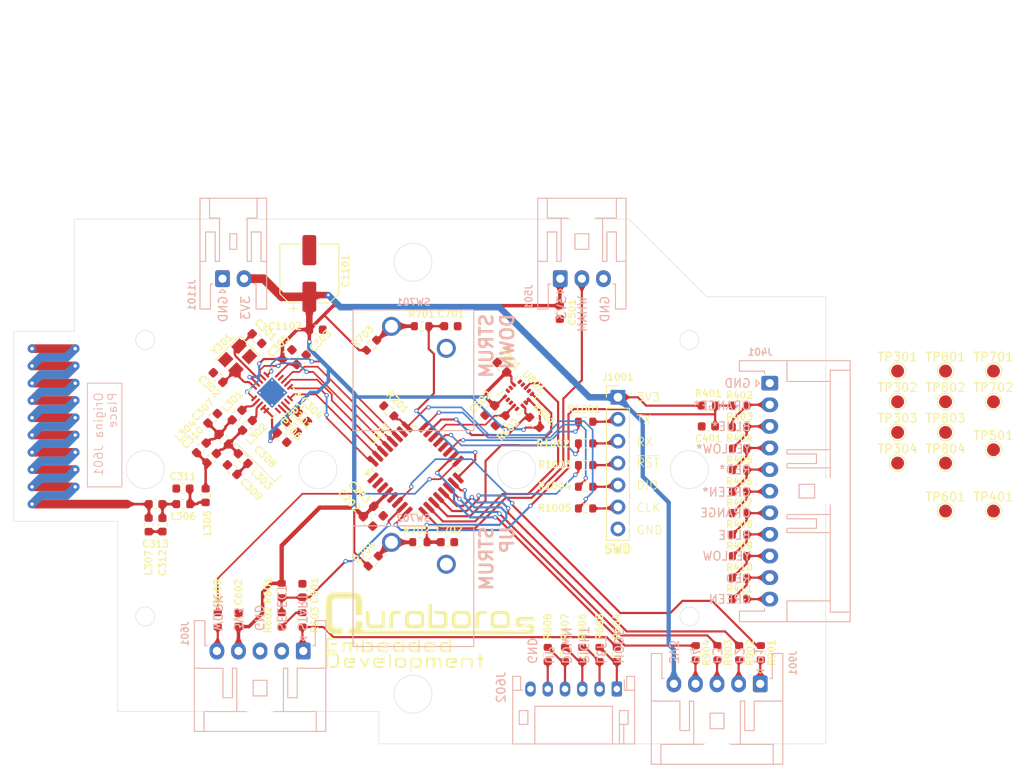
<source format=kicad_pcb>
(kicad_pcb (version 20240108) (generator "pcbnew") (generator_version "8.0")
  (title_block (title "Project Antares - Transmitter PCB") (date "2024-08-23") (rev "1.0.0") (company "Ouroboros Embedded Development") (comment 1 "Pablo Jean Rozario"))
  (layers (0 "F.Cu" signal) (31 "B.Cu" signal) (34 "B.Paste" user) (35 "F.Paste" user) (36 "B.SilkS" user "B.Silkscreen") (37 "F.SilkS" user "F.Silkscreen") (38 "B.Mask" user) (39 "F.Mask" user) (44 "Edge.Cuts" user))
  (net 0 "")
  (net 1 "/Radio 915MHz/ANT")
  (net 2 "GND")
  (net 3 "+3V3")
  (net 4 "/Radio 915MHz/X1")
  (net 5 "/Radio 915MHz/X2")
  (net 6 "Net-(U301-DCOUPL)")
  (net 7 "/Radio 915MHz/RF_P1")
  (net 8 "/Radio 915MHz/RF_N1")
  (net 9 "Net-(C309-Pad1)")
  (net 10 "/Radio 915MHz/RF_C")
  (net 11 "/Radio 915MHz/RF_C1")
  (net 12 "Net-(C312-Pad2)")
  (net 13 "/Radio 915MHz/RF_C2")
  (net 14 "/MCU/BTNS_NOTES")
  (net 15 "/Control Buttons/BTNS_CONTROL")
  (net 16 "/MCU/BTN_STRUM_DOWN")
  (net 17 "/MCU/BTN_STRUM_UP")
  (net 18 "/MCU/POT_WHAM")
  (net 19 "Net-(J601-Pin_5)")
  (net 20 "/Control Buttons/BT_SELECT")
  (net 21 "/Control Buttons/BT_START")
  (net 22 "/Control Buttons/BT_DOWN")
  (net 23 "/Control Buttons/BT_LEFT")
  (net 24 "/Control Buttons/BT_UP")
  (net 25 "/Control Buttons/BT_RIGHT")
  (net 26 "/Control Buttons/BT_MODE")
  (net 27 "Net-(J901-Pin_3)")
  (net 28 "Net-(J901-Pin_4)")
  (net 29 "Net-(J901-Pin_2)")
  (net 30 "Net-(J901-Pin_1)")
  (net 31 "/Debugging/TX")
  (net 32 "/Debugging/RX")
  (net 33 "/Debugging/SWCLK")
  (net 34 "/Debugging/~{RST}")
  (net 35 "/Debugging/SWDIO")
  (net 36 "/Radio 915MHz/RF_P")
  (net 37 "/Radio 915MHz/RF_N")
  (net 38 "/Debugging/DBG_SWCLK")
  (net 39 "Net-(U301-RBIAS)")
  (net 40 "/Control Buttons/LED_WORK")
  (net 41 "/Strum bar/SW_DN")
  (net 42 "/Strum bar/SW_UP")
  (net 43 "/Accelerometer/ACC_SDA")
  (net 44 "/Accelerometer/ACC_SCL")
  (net 45 "/LEDs/LED_P1")
  (net 46 "/LEDs/LED_P2")
  (net 47 "/LEDs/LED_P3")
  (net 48 "/LEDs/LED_P4")
  (net 49 "/Debugging/DBG_TX")
  (net 50 "/Debugging/DBG_RX")
  (net 51 "/Debugging/DBG_SWDIO")
  (net 52 "/Accelerometer/ACC_INT1")
  (net 54 "/MCU/CC1101_~{CS}")
  (net 55 "/Accelerometer/ACC_INT2")
  (net 57 "/MCU/CC1101_GDO2")
  (net 59 "/MCU/CC1101_MISO")
  (net 60 "/MCU/CC1101_SCK")
  (net 62 "/MCU/CC1101_GDO0")
  (net 63 "/MCU/CC1101_MOSI")
  (net 70 "/Debugging/DBG_~{RST}")
  (net 71 "/Notes/BTN_YELLOW")
  (net 72 "/Notes/BTN_RED")
  (net 73 "/Notes/BTN_BLUE*")
  (net 74 "/Notes/BTN_YELLOW*")
  (net 75 "/Notes/BTN_ORANGE*")
  (net 76 "/Notes/BTN_RED*")
  (net 77 "/Notes/BTN_GREEN")
  (net 78 "/Notes/BTN_ORANGE")
  (net 79 "/Notes/BTN_GREEN*")
  (net 80 "/Notes/BTN_BLUE")
  (footprint "Capacitor_SMD:C_0603_1608Metric" (layer "F.Cu") (at 114.4 133 90)
    (property "Reference" "C601")
    (property "Value" "1n")
  )
  (footprint "TestPoint:TestPoint_Pad_D1.5mm" (layer "F.Cu") (at 194.4 111.15)
    (property "Reference" "TP702")
    (property "Value" "TestPoint")
  )
  (footprint "RF_Antenna:Texas_SWRA416_868MHz_915MHz" (layer "F.Cu") (at 88.9 114 90)
    (property "Reference" "AE301" (hide yes))
    (property "Value" "915MHz")
  )
  (footprint "TestPoint:TestPoint_Pad_D1.5mm" (layer "F.Cu") (at 183.3 118.25)
    (property "Reference" "TP304")
    (property "Value" "TestPoint")
  )
  (footprint "Resistor_SMD:R_0603_1608Metric" (layer "F.Cu") (at 141.3 113.55 135)
    (property "Reference" "R801")
    (property "Value" "4k7")
  )
  (footprint "TestPoint:TestPoint_Pad_D1.5mm" (layer "F.Cu") (at 183.3 114.7)
    (property "Reference" "TP303")
    (property "Value" "TestPoint")
  )
  (footprint "Ouroboros_Symbol:ouroboros-v1-big" (layer "F.Cu") (at 129.4 138)
    (property "Reference" "G***" (hide yes))
    (property "Value" "LOGO" (hide yes))
  )
  (footprint "TestPoint:TestPoint_Pad_D1.5mm" (layer "F.Cu") (at 194.4 107.6)
    (property "Reference" "TP701")
    (property "Value" "TestPoint")
  )
  (footprint "TestPoint:TestPoint_Pad_D1.5mm" (layer "F.Cu") (at 194.4 116.7)
    (property "Reference" "TP501")
    (property "Value" "TestPoint")
  )
  (footprint "Resistor_SMD:R_0603_1608Metric" (layer "F.Cu") (at 142.8 140.4 -90)
    (property "Reference" "R608")
    (property "Value" "5k6")
  )
  (footprint "Capacitor_SMD:C_0603_1608Metric" (layer "F.Cu") (at 136.1 112.15 -135)
    (property "Reference" "C802")
    (property "Value" "100n")
  )
  (footprint "Capacitor_SMD:C_0603_1608Metric" (layer "F.Cu") (at 104.009525 113.06865 -135)
    (property "Reference" "C307")
    (property "Value" "1.5p")
  )
  (footprint "Resistor_SMD:R_0603_1608Metric" (layer "F.Cu") (at 104.6 136.4 -90)
    (property "Reference" "R609")
    (property "Value" "100")
  )
  (footprint "TestPoint:TestPoint_Pad_D1.5mm" (layer "F.Cu") (at 188.85 118.25)
    (property "Reference" "TP804")
    (property "Value" "TestPoint")
  )
  (footprint "Resistor_SMD:R_0603_1608Metric" (layer "F.Cu") (at 128.2 102.4 180)
    (property "Reference" "R701")
    (property "Value" "100")
  )
  (footprint "Resistor_SMD:R_0603_1608Metric" (layer "F.Cu") (at 165 114.088888)
    (property "Reference" "R403")
    (property "Value" "2k2")
  )
  (footprint "Resistor_SMD:R_0603_1608Metric" (layer "F.Cu") (at 147.175 118.48)
    (property "Reference" "R1003")
    (property "Value" "10")
  )
  (footprint "Capacitor_SMD:CP_Elec_6.3x4.5" (layer "F.Cu") (at 115.2 96.3 90)
    (property "Reference" "C1101")
    (property "Value" "100uF")
  )
  (footprint "Capacitor_SMD:C_0603_1608Metric" (layer "F.Cu") (at 144.2 100.8 -90)
    (property "Reference" "C501")
    (property "Value" "100n")
  )
  (footprint "Resistor_SMD:R_0603_1608Metric" (layer "F.Cu") (at 165 129.022216)
    (property "Reference" "R409")
    (property "Value" "10k")
  )
  (footprint "Inductor_SMD:L_0603_1608Metric" (layer "F.Cu") (at 107.536222 117.726715 135)
    (property "Reference" "L303")
    (property "Value" "18n")
  )
  (footprint "Resistor_SMD:R_0603_1608Metric" (layer "F.Cu") (at 162.45 140.2 -90)
    (property "Reference" "R903")
    (property "Value" "100")
  )
  (footprint "Capacitor_SMD:C_0603_1608Metric" (layer "F.Cu") (at 100.575 121.2 180)
    (property "Reference" "C311")
    (property "Value" "3.3p")
  )
  (footprint "Resistor_SMD:R_0603_1608Metric" (layer "F.Cu") (at 159.94 140.2 -90)
    (property "Reference" "R904")
    (property "Value" "100")
  )
  (footprint "Resistor_SMD:R_0603_1608Metric" (layer "F.Cu") (at 122.6 129.6 45)
    (property "Reference" "R704")
    (property "Value" "10k")
  )
  (footprint "Resistor_SMD:R_0603_1608Metric" (layer "F.Cu") (at 137.3 113.35 45)
    (property "Reference" "R802")
    (property "Value" "4k7")
  )
  (footprint "Capacitor_SMD:C_0603_1608Metric" (layer "F.Cu") (at 107 136.4 90)
    (property "Reference" "C602")
    (property "Value" "100n")
  )
  (footprint "TestPoint:TestPoint_Pad_D1.5mm" (layer "F.Cu") (at 188.85 123.8)
    (property "Reference" "TP601")
    (property "Value" "TestPoint")
  )
  (footprint "Resistor_SMD:R_0603_1608Metric" (layer "F.Cu") (at 167.47 140.2 -90)
    (property "Reference" "R901")
    (property "Value" "100")
  )
  (footprint "Resistor_SMD:R_0603_1608Metric" (layer "F.Cu") (at 124.4 112.2 -45)
    (property "Reference" "R201")
    (property "Value" "10k")
  )
  (footprint "Inductor_SMD:L_0603_1608Metric" (layer "F.Cu") (at 100.6 123 180)
    (property "Reference" "L306")
    (property "Value" "12n")
  )
  (footprint "Inductor_SMD:L_0603_1608Metric" (layer "F.Cu") (at 102.699996 116.490491 -135)
    (property "Reference" "L304")
    (property "Value" "18n")
  )
  (footprint "Inductor_SMD:L_0603_1608Metric" (layer "F.Cu") (at 103.2 122.012499 -90)
    (property "Reference" "L305")
    (property "Value" "12n")
  )
  (footprint "Resistor_SMD:R_0603_1608Metric" (layer "F.Cu") (at 165 126.533328)
    (property "Reference" "R408")
    (property "Value" "5k6")
  )
  (footprint "Resistor_SMD:R_0603_1608Metric" (layer "F.Cu") (at 165 131.511104)
    (property "Reference" "R410")
    (property "Value" "10k")
  )
  (footprint "Resistor_SMD:R_0603_1608Metric" (layer "F.Cu") (at 122.4 104.6 45)
    (property "Reference" "R703")
    (property "Value" "10k")
  )
  (footprint "TestPoint:TestPoint_Pad_D1.5mm" (layer "F.Cu") (at 188.85 114.7)
    (property "Reference" "TP803")
    (property "Value" "TestPoint")
  )
  (footprint "Package_LGA:LGA-16_3x3mm_P0.5mm_LayoutBorder3x5y" (layer "F.Cu") (at 139.4 110.4 45)
    (property "Reference" "U801")
    (property "Value" "LIS3DHTR")
  )
  (footprint "Resistor_SMD:R_0603_1608Metric" (layer "F.Cu") (at 146.8 140.4 -90)
    (property "Reference" "R606")
    (property "Value" "3k3")
  )
  (footprint "Package_QFP:LQFP-32_7x7mm_P0.8mm" (layer "F.Cu") (at 127.5 119 45)
    (property "Reference" "U201")
    (property "Value" "STM32G070KBTx")
  )
  (footprint "Capacitor_SMD:C_0603_1608Metric" (layer "F.Cu") (at 131.2 127.4)
    (property "Reference" "C702")
    (property "Value" "100n")
  )
  (footprint "Resistor_SMD:R_0603_1608Metric" (layer "F.Cu") (at 150.8 140.4 -90)
    (property "Reference" "R604")
    (property "Value" "3k3")
  )
  (footprint "Resistor_SMD:R_0603_1608Metric" (layer "F.Cu") (at 114.4 136.4 -90)
    (property "Reference" "R603")
    (property "Value" "2k2")
  )
  (footprint "Resistor_SMD:R_0603_1608Metric" (layer "F.Cu") (at 165 119.066664)
    (property "Reference" "R405")
    (property "Value" "3k3")
  )
  (footprint "Capacitor_SMD:C_0603_1608Metric" (layer "F.Cu") (at 103.899996 117.690491 -135)
    (property "Reference" "C310")
    (property "Value" "1.5p")
  )
  (footprint "Capacitor_SMD:C_0603_1608Metric" (layer "F.Cu") (at 105.299996 115.490491 -45)
    (property "Reference" "C308")
    (property "Value" "1p")
  )
  (footprint "Resistor_SMD:R_0603_1608Metric" (layer "F.Cu") (at 147.175 123.5)
    (property "Reference" "R1005")
    (property "Value" "10")
  )
  (footprint "Resistor_SMD:R_0603_1608Metric" (layer "F.Cu") (at 164.96 140.2 -90)
    (property "Reference" "R902")
    (property "Value" "100")
  )
  (footprint "Capacitor_SMD:C_0603_1608Metric" (layer "F.Cu") (at 112.635782 105.690491 45)
    (property "Reference" "C305")
    (property "Value" "100n")
  )
  (footprint "Resistor_SMD:R_0603_1608Metric" (layer "F.Cu") (at 147.175 120.99)
    (property "Reference" "R1004")
    (property "Value" "10")
  )
  (footprint "Resistor_SMD:R_0603_1608Metric" (layer "F.Cu") (at 112 136.4 -90)
    (property "Reference" "R602")
    (property "Value" "1k")
  )
  (footprint "Capacitor_SMD:C_0603_1608Metric" (layer "F.Cu") (at 122 125 -45)
    (property "Reference" "C202")
    (property "Value" "100n")
  )
  (footprint "Inductor_SMD:L_0603_1608Metric" (layer "F.Cu") (at 108.035782 113.890491 -135)
    (property "Reference" "L302")
    (property "Value" "12n")
  )
  (footprint "Inductor_SMD:L_0603_1608Metric" (layer "F.Cu") (at 106.835782 112.690491 -135)
    (property "Reference" "L301")
    (property "Value" "12n")
  )
  (footprint "Capacitor_SMD:C_0603_1608Metric" (layer "F.Cu") (at 97.4 123 180)
    (property "Reference" "C313")
    (property "Value" "12p")
  )
  (footprint "Capacitor_SMD:C_0603_1608Metric" (layer "F.Cu") (at 106.272268 119.008347 135)
    (property "Reference" "C309")
    (property "Value" "100p")
  )
  (footprint "Resistor_SMD:R_0603_1608Metric" (layer "F.Cu") (at 165 116.577776)
    (property "Reference" "R404")
    (property "Value" "3k3")
  )
  (footprint "Capacitor_SMD:C_0603_1608Metric" (layer "F.Cu") (at 131.6 102.4)
    (property "Reference" "C701")
    (property "Value" "100n")
  )
  (footprint "Resistor_SMD:R_0603_1608Metric" (layer "F.Cu") (at 161.4 111.6)
    (property "Reference" "R401")
    (property "Value" "22k")
  )
  (footprint "Capacitor_SMD:C_0603_1608Metric" (layer "F.Cu") (at 114.435782 112.890491 -45)
    (property "Reference" "C304")
    (property "Value" "100n")
  )
  (footprint "Inductor_SMD:L_0603_1608Metric" (layer "F.Cu") (at 96.6 125.4 90)
    (property "Reference" "L307")
    (property "Value" "3.3n")
  )
  (footprint "Resistor_SMD:R_0603_1608Metric" (layer "F.Cu") (at 165 124.04444)
    (property "Reference" "R407")
    (property "Value" "4k7")
  )
  (footprint "Resistor_SMD:R_0603_1608Metric" (layer "F.Cu") (at 147.175 115.97)
    (property "Reference" "R1002")
    (property "Value" "10")
  )
  (footprint "Capacitor_SMD:C_0603_1608Metric" (layer "F.Cu") (at 109.135782 103.840491 -45)
    (property "Reference" "C301")
    (property "Value" "33p")
  )
  (footprint "Resistor_SMD:R_0603_1608Metric" (layer "F.Cu") (at 113.235783 114.090491 -45)
    (property "Reference" "R301")
    (property "Value" "56k")
  )
  (footprint "Crystal:Crystal_SMD_3225-4Pin_3.2x2.5mm" (layer "F.Cu") (at 106.885782 106.09049 -135)
    (property "Reference" "Y301")
    (property "Value" "27MHz")
  )
  (footprint "Capacitor_SMD:C_0603_1608Metric" (layer "F.Cu") (at 98.2 125.4 -90)
    (property "Reference" "C312")
    (property "Value" "47p")
  )
  (footprint "Capacitor_SMD:C_0603_1608Metric" (layer "F.Cu") (at 114.285782 106.290491 45)
    (property "Reference" "C303")
    (property "Value" "100n")
  )
  (footprint "Capacitor_SMD:C_0603_1608Metric" (layer "F.Cu") (at 112.035782 115.290491 -45)
    (property "Reference" "C306")
    (property "Value" "100n")
  )
  (footprint "Capacitor_SMD:C_0603_1608Metric" (layer "F.Cu") (at 161.4 114 180)
    (property "Reference" "C401")
    (property "Value" "1n")
  )
  (footprint "Resistor_SMD:R_0603_1608Metric" (layer "F.Cu") (at 144.8 140.4 -90)
    (property "Reference" "R607")
    (property "Value" "4k7")
  )
  (footprint "Resistor_SMD:R_0603_1608Metric" (layer "F.Cu") (at 148.8 140.4 -90)
    (property "Reference" "R605")
    (property "Value" "3k3")
  )
  (footprint "Package_DFN_QFN:QFN-20-1EP_4x4mm_P0.5mm_EP2.5x2.5mm_ThermalVias" (layer "F.Cu") (at 110.885782 110.090491 -135)
    (property "Reference" "U301")
    (property "Value" "CC1101RGPR")
  )
  (footprint "TestPoint:TestPoint_Pad_D1.5mm" (layer "F.Cu") (at 194.4 123.8)
    (property "Reference" "TP401")
    (property "Value" "TestPoint")
  )
  (footprint "Resistor_SMD:R_0603_1608Metric" (layer "F.Cu") (at 165 121.555552)
    (property "Reference" "R406")
    (property "Value" "3k3")
  )
  (footprint "Resistor_SMD:R_0603_1608Metric" (layer "F.Cu") (at 128 127.4 180)
    (property "Reference" "R702")
    (property "Value" "100")
  )
  (footprint "Capacitor_SMD:C_0603_1608Metric" (layer "F.Cu") (at 137.5 107.15 135)
    (property "Reference" "C801")
    (property "Value" "100n")
  )
  (footprint "Resistor_SMD:R_0603_1608Metric" (layer "F.Cu") (at 165 134)
    (property "Reference" "R411")
    (property "Value" "22k")
  )
  (footprint "Capacitor_SMD:C_0603_1608Metric" (layer "F.Cu") (at 123.2 123.8 -45)
    (property "Reference" "C203")
    (property "Value" "10p")
  )
  (footprint "Connector_PinHeader_2.54mm:PinHeader_1x07_P2.54mm_Vertical" (layer "F.Cu") (at 150.925 110.63)
    (property "Reference" "J1001")
    (property "Value" "Debugger Pin")
  )
  (footprint "TestPoint:TestPoint_Pad_D1.5mm" (layer "F.Cu") (at 183.3 111.15)
    (property "Reference" "TP302")
    (property "Value" "TestPoint")
  )
  (footprint "Capacitor_SMD:C_0603_1608Metric" (layer "F.Cu") (at 115.975 102.8)
    (property "Reference" "C1102")
    (property "Value" "100n")
  )
  (footprint "Resistor_SMD:R_0603_1608Metric" (layer "F.Cu") (at 165 111.6)
    (property "Reference" "R402")
    (property "Value" "1k")
  )
  (footprint "Capacitor_SMD:C_0603_1608Metric" (layer "F.Cu") (at 104.635782 108.340491 135)
    (property "Reference" "C302")
    (property "Value" "33p")
  )
  (footprint "TestPoint:TestPoint_Pad_D1.5mm" (layer "F.Cu") (at 188.85 107.6)
    (property "Reference" "TP801")
    (property "Value" "TestPoint")
  )
  (footprint "Resistor_SMD:R_0603_1608Metric" (layer "F.Cu") (at 147.175 113.46)
    (property "Reference" "R1001")
    (property "Value" "10")
  )
  (footprint "TestPoint:TestPoint_Pad_D1.5mm" (layer "F.Cu") (at 183.3 107.6)
    (property "Reference" "TP301")
    (property "Value" "TestPoint")
  )
  (footprint "TestPoint:TestPoint_Pad_D1.5mm" (layer "F.Cu") (at 188.85 111.15)
    (property "Reference" "TP802")
    (property "Value" "TestPoint")
  )
  (footprint "Resistor_SMD:R_0603_1608Metric" (layer "F.Cu") (at 112 133 -90)
    (property "Reference" "R601")
    (property "Value" "22k")
  )
  (footprint "Connector_JST:JST_XA_S11B-XASK-1_1x11_P2.50mm_Horizontal" (layer "B.Cu") (at 168.5 109 -90)
    (property "Reference" "J401")
    (property "Value" "Conn_01x11")
  )
  (footprint "Connector_JST:JST_XA_S05B-XASK-1_1x05_P2.50mm_Horizontal" (layer "B.Cu") (at 114.5 140 180)
    (property "Reference" "J601")
    (property "Value" "Conn_01x05")
  )
  (footprint "Connector_JST:JST_XA_S03B-XASK-1_1x03_P2.50mm_Horizontal" (layer "B.Cu") (at 144.25 96.9)
    (property "Reference" "J501")
    (property "Value" "Conn_01x03")
  )
  (footprint "Connector_JST:JST_PH_S6B-PH-K_1x06_P2.00mm_Horizontal" (layer "B.Cu") (at 150.8 144.4 180)
    (property "Reference" "J602")
    (property "Value" "Conn_01x06")
  )
  (footprint "Button_Switch_Keyboard:SW_Cherry_MX_1.00u_PCB" (layer "B.Cu") (at 124.71 127.42 180)
    (property "Reference" "SW702")
    (property "Value" "UP")
  )
  (footprint "Button_Switch_Keyboard:SW_Cherry_MX_1.00u_PCB" (layer "B.Cu") (at 124.71 102.42 180)
    (property "Reference" "SW701")
    (property "Value" "DOWN")
  )
  (footprint "Connector_JST:JST_XA_S05B-XASK-1_1x05_P2.50mm_Horizontal" (layer "B.Cu") (at 167.4 143.8 180)
    (property "Reference" "J901")
    (property "Value" "Conn_01x05")
  )
  (footprint "Connector_JST:JST_XA_S02B-XASK-1_1x02_P2.50mm_Horizontal" (layer "B.Cu") (at 105.15 96.9)
    (property "Reference" "J1101")
    (property "Value" "Conn_01x02")
  )
  (gr_rect (start 89.5 109) (end 93.5 121) (stroke (width 0.1)) (fill none) (layer "B.SilkS"))
  (gr_line (start 112 119.6) (end 111.2 120.4) (stroke (width 0.1)) (layer "F.SilkS"))
  (gr_line (start 111.2 120.4) (end 106.8 116) (stroke (width 0.1)) (layer "F.SilkS"))
  (gr_line (start 106.8 116) (end 106.2 116) (stroke (width 0.1)) (layer "F.SilkS"))
  (gr_line (start 81 125) (end 81 103) (stroke (width 0.05)) (layer "Edge.Cuts"))
  (gr_line (start 123.25 150.75) (end 123.25 147) (stroke (width 0.05)) (layer "Edge.Cuts"))
  (gr_line (start 175 99) (end 175 150.75) (stroke (width 0.05)) (layer "Edge.Cuts"))
  (gr_line (start 88 90) (end 152.2 90) (stroke (width 0.05)) (layer "Edge.Cuts"))
  (gr_line (start 175 150.75) (end 123.25 150.75) (stroke (width 0.05)) (layer "Edge.Cuts"))
  (gr_line (start 93 147) (end 93 125) (stroke (width 0.05)) (layer "Edge.Cuts"))
  (gr_circle (center 96.200002 119) (end 94.000002 119) (stroke (width 0.05)) (fill none) (layer "Edge.Cuts"))
  (gr_circle (center 159.200002 136) (end 158.100002 136) (stroke (width 0.05)) (fill none) (layer "Edge.Cuts"))
  (gr_circle (center 139.200002 119) (end 137.000002 119) (stroke (width 0.05)) (fill none) (layer "Edge.Cuts"))
  (gr_circle (center 127.200002 145) (end 125.000002 145) (stroke (width 0.05)) (fill none) (layer "Edge.Cuts"))
  (gr_circle (center 116.200002 119) (end 114.000002 119) (stroke (width 0.05)) (fill none) (layer "Edge.Cuts"))
  (gr_line (start 123.25 147) (end 93 147) (stroke (width 0.05)) (layer "Edge.Cuts"))
  (gr_line (start 93 125) (end 81 125) (stroke (width 0.05)) (layer "Edge.Cuts"))
  (gr_circle (center 127.200002 95) (end 125.000002 95) (stroke (width 0.05)) (fill none) (layer "Edge.Cuts"))
  (gr_line (start 152.200002 90) (end 161.200002 99) (stroke (width 0.05)) (layer "Edge.Cuts"))
  (gr_circle (center 96.200002 136) (end 95.100002 136) (stroke (width 0.05)) (fill none) (layer "Edge.Cuts"))
  (gr_line (start 88 103) (end 88 90) (stroke (width 0.05)) (layer "Edge.Cuts"))
  (gr_line (start 81 103) (end 88 103) (stroke (width 0.05)) (layer "Edge.Cuts"))
  (gr_circle (center 96.200002 104) (end 95.100002 104) (stroke (width 0.05)) (fill none) (layer "Edge.Cuts"))
  (gr_circle (center 159.200002 104) (end 158.100002 104) (stroke (width 0.05)) (fill none) (layer "Edge.Cuts"))
  (gr_circle (center 159.200002 119) (end 157.000002 119) (stroke (width 0.05)) (fill none) (layer "Edge.Cuts"))
  (gr_line (start 161.200002 99) (end 175 99) (stroke (width 0.05)) (layer "Edge.Cuts"))
  (gr_text "STRUM\nDOWN" (at 139 100.8 90) (layer "B.SilkS") (effects (font (size 1.5 1.5) (thickness 0.3) (bold yes)) (justify left bottom mirror)))
  (gr_text "SELECT" (at 111.4 137.8 270) (layer "B.SilkS") (effects (font (size 1 1)) (justify left bottom mirror)))
  (gr_text "RIGHT" (at 146.4 141.6 270) (layer "B.SilkS") (effects (font (size 1 1)) (justify left bottom mirror)))
  (gr_text "DOWN" (at 144.4 141.6 270) (layer "B.SilkS") (effects (font (size 1 1)) (justify left bottom mirror)))
  (gr_text "BLUE*" (at 166.4 114.6 0) (layer "B.SilkS") (effects (font (size 1 1)) (justify left bottom mirror)))
  (gr_text "3V3" (at 106.4 137.8 270) (layer "B.SilkS") (effects (font (size 1 1)) (justify left bottom mirror)))
  (gr_text "WORK" (at 104 137.8 270) (layer "B.SilkS") (effects (font (size 1 1)) (justify left bottom mirror)))
  (gr_text "GREEN*" (at 166.4 122.2 0) (layer "B.SilkS") (effects (font (size 1 1)) (justify left bottom mirror)))
  (gr_text "GND" (at 166.4 109.6 0) (layer "B.SilkS") (effects (font (size 1 1)) (justify left bottom mirror)))
  (gr_text "LEFT" (at 148.4 141.6 270) (layer "B.SilkS") (effects (font (size 1 1)) (justify left bottom mirror)))
  (gr_text "Origina J601\nPlace" (at 93 110 90) (layer "B.SilkS") (effects (font (size 1 1) (thickness 0.1)) (justify left bottom mirror)))
  (gr_text "START" (at 113.8 137.8 270) (layer "B.SilkS") (effects (font (size 1 1)) (justify left bottom mirror)))
  (gr_text "P2" (at 164.4 141.6 270) (layer "B.SilkS") (effects (font (size 1 1)) (justify left bottom mirror)))
  (gr_text "UP" (at 142.4 141.6 270) (layer "B.SilkS") (effects (font (size 1 1)) (justify left bottom mirror)))
  (gr_text "3V3" (at 145 98.8 90) (layer "B.SilkS") (effects (font (size 1 1)) (justify left bottom mirror)))
  (gr_text "GND" (at 105.8 98.8 90) (layer "B.SilkS") (effects (font (size 1 1)) (justify left bottom mirror)))
  (gr_text "RED*" (at 166.4 119.6 0) (layer "B.SilkS") (effects (font (size 1 1)) (justify left bottom mirror)))
  (gr_text "ORANGE*" (at 166.4 112.2 0) (layer "B.SilkS") (effects (font (size 1 1)) (justify left bottom mirror)))
  (gr_text "GND" (at 140.4 141.6 270) (layer "B.SilkS") (effects (font (size 1 1)) (justify left bottom mirror)))
  (gr_text "ORANGE" (at 166.4 124.6 0) (layer "B.SilkS") (effects (font (size 1 1)) (justify left bottom mirror)))
  (gr_text "MODE" (at 150.4 141.6 270) (layer "B.SilkS") (effects (font (size 1 1)) (justify left bottom mirror)))
  (gr_text "BLUE" (at 166.4 127.2 0) (layer "B.SilkS") (effects (font (size 1 1)) (justify left bottom mirror)))
  (gr_text "WHAM" (at 147.4 98.8 90) (layer "B.SilkS") (effects (font (size 1 1)) (justify left bottom mirror)))
  (gr_text "P1" (at 166.6 141.6 270) (layer "B.SilkS") (effects (font (size 1 1)) (justify left bottom mirror)))
  (gr_text "P4" (at 159.2 141.6 270) (layer "B.SilkS") (effects (font (size 1 1)) (justify left bottom mirror)))
  (gr_text "RED" (at 166.4 132.2 0) (layer "B.SilkS") (effects (font (size 1 1)) (justify left bottom mirror)))
  (gr_text "YELLOW" (at 166.4 129.6 0) (layer "B.SilkS") (effects (font (size 1 1)) (justify left bottom mirror)))
  (gr_text "GND" (at 150 98.8 90) (layer "B.SilkS") (effects (font (size 1 1)) (justify left bottom mirror)))
  (gr_text "STRUM\nUP" (at 139 125.4 90) (layer "B.SilkS") (effects (font (size 1.5 1.5) (thickness 0.3) (bold yes)) (justify left bottom mirror)))
  (gr_text "GREEN" (at 166.4 134.6 0) (layer "B.SilkS") (effects (font (size 1 1)) (justify left bottom mirror)))
  (gr_text "P3" (at 161.8 141.6 270) (layer "B.SilkS") (effects (font (size 1 1)) (justify left bottom mirror)))
  (gr_text "GND" (at 108.8 137.8 270) (layer "B.SilkS") (effects (font (size 1 1)) (justify left bottom mirror)))
  (gr_text "YELLOW*" (at 166.4 117.2 0) (layer "B.SilkS") (effects (font (size 1 1)) (justify left bottom mirror)))
  (gr_text "3V3" (at 108.4 98.8 90) (layer "B.SilkS") (effects (font (size 1 1)) (justify left bottom mirror)))
  (gr_text "3V3" (at 156.8 141.6 270) (layer "B.SilkS") (effects (font (size 1 1)) (justify left bottom mirror)))
  (gr_text "CLK" (at 153 124 0) (layer "F.SilkS") (effects (font (size 1 1) (thickness 0.1)) (justify left bottom)))
  (gr_text "3V3" (at 153 111.2 0) (layer "F.SilkS") (effects (font (size 1 1) (thickness 0.1)) (justify left bottom)))
  (gr_text "TX" (at 153 113.8 0) (layer "F.SilkS") (effects (font (size 1 1) (thickness 0.1)) (justify left bottom)))
  (gr_text "~{RST}" (at 153 118.8 0) (layer "F.SilkS") (effects (font (size 1 1) (thickness 0.1)) (justify left bottom)))
  (gr_text "GND" (at 153 126.6 0) (layer "F.SilkS") (effects (font (size 1 1) (thickness 0.1)) (justify left bottom)))
  (gr_text "DIO" (at 153 121.4 0) (layer "F.SilkS") (effects (font (size 1 1) (thickness 0.1)) (justify left bottom)))
  (gr_text "RX" (at 153 116.4 0) (layer "F.SilkS") (effects (font (size 1 1) (thickness 0.1)) (justify left bottom)))
  (gr_text "SWD" (at 149.2 128.8 0) (layer "F.SilkS") (effects (font (size 1 1) (thickness 0.25) (bold yes)) (justify left bottom)))
  (segment (start 96.625 123) (end 94.95 123) (width 0.3) (layer "F.Cu") (net 1))
  (segment (start 96.625 123) (end 96.625 124.587499) (width 0.3) (layer "F.Cu") (net 1))
  (segment (start 96.625 124.587499) (end 96.6 124.612499) (width 0.3) (layer "F.Cu") (net 1))
  (segment (start 120.983363 105.183363) (end 116.9 101.1) (width 0.25) (layer "F.Cu") (net 3))
  (segment (start 154.2 111.6) (end 153.23 110.63) (width 0.25) (layer "F.Cu") (net 3))
  (segment (start 137.538346 113.933363) (end 137.936659 114.331676) (width 0.25) (layer "F.Cu") (net 3))
  (segment (start 122.016637 130.183363) (end 120.4 128.566726) (width 0.25) (layer "F.Cu") (net 3))
  (segment (start 116.4 123.4) (end 112 127.8) (width 0.5) (layer "F.Cu") (net 3))
  (segment (start 108.753404 110.753404) (end 108 110) (width 0.2) (layer "F.Cu") (net 3))
  (segment (start 112.087774 106.238499) (end 112.087774 104.512226) (width 0.4) (layer "F.Cu") (net 3))
  (segment (start 136.648008 111.601992) (end 136.601992 111.601992) (width 0.4) (layer "F.Cu") (net 3))
  (segment (start 138.887348 109.180241) (end 138.6 108.892893) (width 0.25) (layer "F.Cu") (net 3))
  (segment (start 141.883363 114.133363) (end 140.266637 114.133363) (width 0.25) (layer "F.Cu") (net 3))
  (segment (start 136.783794 111.601992) (end 137.826687 110.559099) (width 0.25) (layer "F.Cu") (net 3))
  (segment (start 111.487774 114.888499) (end 110.685782 115.690491) (width 0.25) (layer "F.Cu") (net 3))
  (segment (start 107.65 96.9) (end 109.9 96.9) (width 1) (layer "F.Cu") (net 3))
  (segment (start 160.575 111.6) (end 154.2 111.6) (width 0.25) (layer "F.Cu") (net 3))
  (segment (start 111.487774 114.742483) (end 111.487774 114.888499) (width 0.25) (layer "F.Cu") (net 3))
  (segment (start 110.885782 114.140491) (end 111.487774 114.742483) (width 0.25) (layer "F.Cu") (net 3))
  (segment (start 136.648008 111.601992) (end 136.783794 111.601992) (width 0.25) (layer "F.Cu") (net 3))
  (segment (start 115.2 102.8) (end 115.2 99) (width 0.75) (layer "F.Cu") (net 3))
  (segment (start 135.6 110.6) (end 135.6 110.146016) (width 0.4) (layer "F.Cu") (net 3))
  (segment (start 109.869316 111.814064) (end 110.222869 112.167617) (width 0.25) (layer "F.Cu") (net 3))
  (segment (start 140.619759 110.912652) (end 140.619759 110.912653) (width 0.25) (layer "F.Cu") (net 3))
  (segment (start 113.887774 111.512226) (end 114.5 110.9) (width 0.25) (layer "F.Cu") (net 3))
  (segment (start 107 137.175) (end 108.225 137.175) (width 0.4) (layer "F.Cu") (net 3))
  (segment (start 138.6 108.25) (end 138.048008 107.698008) (width 0.25) (layer "F.Cu") (net 3))
  (segment (start 115.2 102.8) (end 116.9 101.1) (width 0.4) (layer "F.Cu") (net 3))
  (segment (start 110.222869 112.167617) (end 110.885782 112.83053) (width 0.25) (layer "F.Cu") (net 3))
  (segment (start 112.049275 106.2) (end 109.927744 106.2) (width 0.25) (layer "F.Cu") (net 3))
  (segment (start 110.885782 112.83053) (end 110.885782 114.140491) (width 0.25) (layer "F.Cu") (net 3))
  (segment (start 141.883363 112.176256) (end 140.619759 110.912652) (width 0.25) (layer "F.Cu") (net 3))
  (segment (start 120.4 123.4) (end 116.4 123.4) (width 0.5) (layer "F.Cu") (net 3))
  (segment (start 144.2 96.95) (end 144.25 96.9) (width 0.4) (layer "F.Cu") (net 3))
  (segment (start 113.887774 112.342483) (end 113.887774 111.512226) (width 0.25) (layer "F.Cu") (net 3))
  (segment (start 122.651992 123.251992) (end 122.682322 123.251992) (width 0.4) (layer "F.Cu") (net 3))
  (segment (start 112.255801 111.46051) (end 113.137774 112.342483) (width 0.25) (layer "F.Cu") (net 3))
  (segment (start 140.619759 110.912653) (end 140.266206 111.266206) (width 0.25) (layer "F.Cu") (net 3))
  (segment (start 112.087774 106.238499) (end 112.049275 106.2) (width 0.25) (layer "F.Cu") (net 3))
  (segment (start 108.808656 110.753404) (end 108.753404 110.753404) (width 0.2) (layer "F.Cu") (net 3))
  (segment (start 112 127.8) (end 112 132.175) (width 0.5) (layer "F.Cu") (net 3))
  (segment (start 135.6 110.146016) (end 138.048008 107.698008) (width 0.4) (layer "F.Cu") (net 3))
  (segment (start 121.816637 105.183363) (end 120.983363 105.183363) (width 0.25) (layer "F.Cu") (net 3))
  (segment (start 116.9 101.1) (end 117.975 100.025) (width 0.4) (layer "F.Cu") (net 3))
  (segment (start 138.6 108.892893) (end 138.6 108.25) (width 0.25) (layer "F.Cu") (net 3))
  (segment (start 110.825 132.175) (end 112 132.175) (width 0.4) (layer "F.Cu") (net 3))
  (segment (start 122.682322 123.251992) (end 124.264986 121.669328) (width 0.4) (layer "F.Cu") (net 3))
  (segment (start 117.4 98.8) (end 115.4 98.8) (width 0.75) (layer "F.Cu") (net 3))
  (segment (start 109.8 135.6) (end 109.8 133.2) (width 0.4) (layer "F.Cu") (net 3))
  (segment (start 109.927744 106.2) (end 109.398858 106.728886) (width 0.25) (layer "F.Cu") (net 3))
  (segment (start 109.9 96.9) (end 112 99) (width 1) (layer "F.Cu") (net 3))
  (segment (start 141.883363 114.133363) (end 141.883363 112.176256) (width 0.25) (layer "F.Cu") (net 3))
  (segment (start 108.225 137.175) (end 109.8 135.6) (width 0.4) (layer "F.Cu") (net 3))
  (segment (start 113.8 102.8) (end 115.2 102.8) (width 0.4) (layer "F.Cu") (net 3))
  (segment (start 115.2 104.2) (end 115.2 102.8) (width 0.4) (layer "F.Cu") (net 3))
  (segment (start 109.162209 109.074025) (end 108.378675 108.290491) (width 0.25) (layer "F.Cu") (net 3))
  (segment (start 136.601992 111.601992) (end 135.6 110.6) (width 0.4) (layer "F.Cu") (net 3))
  (segment (start 112.087774 104.512226) (end 113.8 102.8) (width 0.4) (layer "F.Cu") (net 3))
  (segment (start 120.4 128.566726) (end 120.4 123.4) (width 0.25) (layer "F.Cu") (net 3))
  (segment (start 112 99) (end 115.2 99) (width 1) (layer "F.Cu") (net 3))
  (segment (start 117.975 100.025) (end 144.2 100.025) (width 0.4) (layer "F.Cu") (net 3))
  (segment (start 136.716637 113.933363) (end 137.538346 113.933363) (width 0.25) (layer "F.Cu") (net 3))
  (segment (start 144.2 100.025) (end 144.2 96.95) (width 0.4) (layer "F.Cu") (net 3))
  (segment (start 140.266637 114.133363) (end 140 114.4) (width 0.25) (layer "F.Cu") (net 3))
  (segment (start 153.23 110.63) (end 150.925 110.63) (width 0.25) (layer "F.Cu") (net 3))
  (segment (start 122.651992 123.251992) (end 121.451992 124.451992) (width 0.4) (layer "F.Cu") (net 3))
  (segment (start 109.8 133.2) (end 110.825 132.175) (width 0.4) (layer "F.Cu") (net 3))
  (segment (start 108.378675 108.290491) (end 108.285782 108.290491) (width 0.25) (layer "F.Cu") (net 3))
  (segment (start 121.451992 124.451992) (end 120.4 123.4) (width 0.5) (layer "F.Cu") (net 3))
  (segment (start 107 140) (end 107 137.175) (width 0.4) (layer "F.Cu") (net 3))
  (segment (start 115.4 98.8) (end 115.2 99) (width 0.75) (layer "F.Cu") (net 3))
  (segment (start 113.137774 112.342483) (end 113.887774 112.342483) (width 0.25) (layer "F.Cu") (net 3))
  (via (at 117.4 98.8) (size 0.5) (drill 0.3) (layers "F.Cu" "B.Cu") (net 3))
  (via (at 108.285782 108.290491) (size 0.5) (drill 0.3) (layers "F.Cu" "B.Cu") (net 3))
  (via (at 140 114.4) (size 0.5) (drill 0.3) (layers "F.Cu" "B.Cu") (net 3))
  (via (at 110.685782 115.690491) (size 0.5) (drill 0.3) (layers "F.Cu" "B.Cu") (net 3))
  (via (at 137.936659 114.331676) (size 0.5) (drill 0.3) (layers "F.Cu" "B.Cu") (net 3))
  (via (at 115.2 104.2) (size 0.5) (drill 0.3) (layers "F.Cu" "B.Cu") (net 3))
  (via (at 109.398858 106.728886) (size 0.5) (drill 0.3) (layers "F.Cu" "B.Cu") (net 3))
  (via (at 108 110) (size 0.5) (drill 0.3) (layers "F.Cu" "B.Cu") (net 3))
  (via (at 114.5 110.9) (size 0.5) (drill 0.3) (layers "F.Cu" "B.Cu") (net 3))
  (via (at 135.6 110.6) (size 0.5) (drill 0.3) (layers "F.Cu" "B.Cu") (net 3))
  (via (at 120.4 123.4) (size 0.5) (drill 0.3) (layers "F.Cu" "B.Cu") (net 3))
  (segment (start 120.4 123.4) (end 120.4 110.2) (width 0.5) (layer "B.Cu") (net 3))
  (segment (start 117.6 107.4) (end 117.4 107.2) (width 0.5) (layer "B.Cu") (net 3))
  (segment (start 110.685782 115.690491) (end 110.685782 114.714218) (width 0.4) (layer "B.Cu") (net 3))
  (segment (start 157.4 143.8) (end 157.4 139.85) (width 0.5) (layer "B.Cu") (net 3))
  (segment (start 150.925 110.63) (end 147.63 110.63) (width 0.75) (layer "B.Cu") (net 3))
  (segment (start 134 110.6) (end 137.731676 114.331676) (width 0.25) (layer "B.Cu") (net 3))
  (segment (start 120.8 110.6) (end 134 110.6) (width 0.4) (layer "B.Cu") (net 3))
  (segment (start 137.2 100.2) (end 120.2 100.2) (width 0.75) (layer "B.Cu") (net 3))
  (segment (start 116.139587 110.060413) (end 117.4 108.8) (width 0.4) (layer "B.Cu") (net 3))
  (segment (start 108 110) (end 109.398858 108.601142) (width 0.2) (layer "B.Cu") (net 3))
  (segment (start 120.4 110.2) (end 117.6 107.4) (width 0.5) (layer "B.Cu") (net 3))
  (segment (start 120.2 100.2) (end 118.8 100.2) (width 0.75) (layer "B.Cu") (net 3))
  (segment (start 108.285782 108.290491) (end 109.108367 108.290491) (width 0.25) (layer "B.Cu") (net 3))
  (segment (start 118.8 100.2) (end 117.4 98.8) (width 0.75) (layer "B.Cu") (net 3))
  (segment (start 137.936659 114.331676) (end 139.931676 114.331676) (width 0.25) (layer "B.Cu") (net 3))
  (segment (start 115.2 105) (end 120.8 110.6) (width 0.4) (layer "B.Cu") (net 3))
  (segment (start 145.6 108.6) (end 137.2 100.2) (width 0.75) (layer "B.Cu") (net 3))
  (segment (start 117.4 108.8) (end 117.4 107.2) (width 0.4) (layer "B.Cu") (net 3))
  (segment (start 115.339587 110.060413) (end 116.139587 110.060413) (width 0.4) (layer "B.Cu") (net 3))
  (segment (start 109.108367 108.290491) (end 109.398858 108) (width 0.25) (layer "B.Cu") (net 3))
  (segment (start 156.8 139.25) (end 156.8 122.8) (width 0.5) (layer "B.Cu") (net 3))
  (segment (start 137.731676 114.331676) (end 137.936659 114.331676) (width 0.25) (layer "B.Cu") (net 3))
  (segment (start 115.2 105) (end 115.2 104.2) (width 0.5) (layer "B.Cu") (net 3))
  (segment (start 139.931676 114.331676) (end 140 114.4) (width 0.25) (layer "B.Cu") (net 3))
  (segment (start 147.63 110.63) (end 145.6 108.6) (width 0.75) (layer "B.Cu") (net 3))
  (segment (start 135.6 110.6) (end 134 110.6) (width 0.4) (layer "B.Cu") (net 3))
  (segment (start 153.8 119.8) (end 153.8 113.505) (width 0.5) (layer "B.Cu") (net 3))
  (segment (start 117.4 107.2) (end 115.2 105) (width 0.5) (layer "B.Cu") (net 3))
  (segment (start 109.398858 108.601142) (end 109.398858 108) (width 0.2) (layer "B.Cu") (net 3))
  (segment (start 157.4 139.85) (end 156.8 139.25) (width 0.5) (layer "B.Cu") (net 3))
  (segment (start 156.8 122.8) (end 153.8 119.8) (width 0.5) (layer "B.Cu") (net 3))
  (segment (start 153.8 113.505) (end 150.925 110.63) (width 0.5) (layer "B.Cu") (net 3))
  (segment (start 109.398858 108) (end 109.398858 106.728886) (width 0.25) (layer "B.Cu") (net 3))
  (segment (start 110.685782 114.714218) (end 115.339587 110.060413) (width 0.4) (layer "B.Cu") (net 3))
  (segment (start 106.74332 105.948029) (end 109.515763 108.720472) (width 0.25) (layer "F.Cu") (net 4))
  (segment (start 107.062559 104.711632) (end 106.74332 105.030871) (width 0.25) (layer "F.Cu") (net 4))
  (segment (start 107.168625 104.711632) (end 108.587774 103.292483) (width 0.25) (layer "F.Cu") (net 4))
  (segment (start 106.567584 105.455135) (end 106.567584 105.523765) (width 0.25) (layer "F.Cu") (net 4))
  (segment (start 107.062559 104.711632) (end 107.168625 104.711632) (width 0.25) (layer "F.Cu") (net 4))
  (arc (start 106.74332 105.948029) (mid 106.613256 105.753375) (end 106.567584 105.523765) (width 0.25) (layer "F.Cu") (net 4))
  (arc (start 106.567584 105.455135) (mid 106.613256 105.225525) (end 106.74332 105.030871) (width 0.25) (layer "F.Cu") (net 4))
  (segment (start 105.18379 108.888499) (end 105.289854 108.888499) (width 0.25) (layer "F.Cu") (net 5))
  (segment (start 108.808656 109.427578) (end 108.366543 108.985465) (width 0.25) (layer "F.Cu") (net 5))
  (segment (start 108.083701 108.868308) (end 107.829284 108.868308) (width 0.25) (layer "F.Cu") (net 5))
  (segment (start 106.709005 107.913714) (end 106.709005 107.469348) (width 0.25) (layer "F.Cu") (net 5))
  (segment (start 105.289854 108.888499) (end 106.709005 107.469348) (width 0.25) (layer "F.Cu") (net 5))
  (segment (start 107.546441 108.75115) (end 106.709005 107.913714) (width 0.25) (layer "F.Cu") (net 5))
  (arc (start 107.829284 108.868308) (mid 107.67621 108.83786) (end 107.546441 108.75115) (width 0.25) (layer "F.Cu") (net 5))
  (arc (start 108.083701 108.868308) (mid 108.236774 108.898756) (end 108.366543 108.985465) (width 0.25) (layer "F.Cu") (net 5))
  (segment (start 112.723561 106.838499) (end 113.737774 106.838499) (width 0.2) (layer "F.Cu") (net 6))
  (segment (start 111.548695 108.013365) (end 112.723561 106.838499) (width 0.2) (layer "F.Cu") (net 6))
  (segment (start 105.427203 114.267268) (end 104.751988 114.942483) (width 0.3) (layer "F.Cu") (net 7))
  (segment (start 103.948524 115.490491) (end 103.955452 115.490491) (width 0.3) (layer "F.Cu") (net 7))
  (segment (start 104.751988 114.907129) (end 103.461517 113.616658) (width 0.3) (layer "F.Cu") (net 7))
  (segment (start 104.379716 115.314755) (end 104.751988 114.942483) (width 0.3) (layer "F.Cu") (net 7))
  (segment (start 105.485782 114.123334) (end 105.485782 114.125846) (width 0.3) (layer "F.Cu") (net 7))
  (segment (start 103.256843 115.933644) (end 103.52426 115.666227) (width 0.3) (layer "F.Cu") (net 7))
  (segment (start 106.278935 113.247338) (end 105.54436 113.981913) (width 0.3) (layer "F.Cu") (net 7))
  (segment (start 104.751988 114.942483) (end 104.751988 114.907129) (width 0.3) (layer "F.Cu") (net 7))
  (arc (start 104.379716 115.314755) (mid 104.185062 115.444819) (end 103.955452 115.490491) (width 0.3) (layer "F.Cu") (net 7))
  (arc (start 103.948524 115.490491) (mid 103.718914 115.536163) (end 103.52426 115.666227) (width 0.3) (layer "F.Cu") (net 7))
  (arc (start 105.427203 114.267268) (mid 105.470558 114.202383) (end 105.485782 114.125846) (width 0.3) (layer "F.Cu") (net 7))
  (arc (start 105.485782 114.123334) (mid 105.501006 114.046798) (end 105.54436 113.981913) (width 0.3) (layer "F.Cu") (net 7))
  (segment (start 107.439165 114.447338) (end 105.848004 116.038499) (width 0.3) (layer "F.Cu") (net 8))
  (segment (start 104.982839 116.690491) (end 105.030327 116.690491) (width 0.3) (layer "F.Cu") (net 8))
  (segment (start 106.979373 117.169868) (end 105.848004 116.038499) (width 0.3) (layer "F.Cu") (net 8))
  (segment (start 107.478935 114.447338) (end 107.439165 114.447338) (width 0.3) (layer "F.Cu") (net 8))
  (segment (start 104.448004 117.142483) (end 104.841418 116.749069) (width 0.3) (layer "F.Cu") (net 8))
  (segment (start 106.979375 117.169868) (end 106.979373 117.169868) (width 0.3) (layer "F.Cu") (net 8))
  (segment (start 105.31317 116.573333) (end 105.848004 116.038499) (width 0.3) (layer "F.Cu") (net 8))
  (arc (start 104.841418 116.749069) (mid 104.906303 116.705715) (end 104.982839 116.690491) (width 0.3) (layer "F.Cu") (net 8))
  (arc (start 105.31317 116.573333) (mid 105.183401 116.660042) (end 105.030327 116.690491) (width 0.3) (layer "F.Cu") (net 8))
  (segment (start 106.820276 119.556355) (end 108.093069 118.283562) (width 0.3) (layer "F.Cu") (net 9))
  (segment (start 103.33431 118.238499) (end 102.143149 117.047338) (width 0.3) (layer "F.Cu") (net 10))
  (segment (start 103.2 118.390487) (end 103.351988 118.238499) (width 0.3) (layer "F.Cu") (net 10))
  (segment (start 103.351988 118.238499) (end 103.33431 118.238499) (width 0.3) (layer "F.Cu") (net 10))
  (segment (start 103.2 121.224998) (end 103.2 118.390487) (width 0.3) (layer "F.Cu") (net 10))
  (segment (start 102.324631 122.875369) (end 102.287868 122.912132) (width 0.3) (layer "F.Cu") (net 11))
  (segment (start 101.387501 121.237501) (end 101.35 121.2) (width 0.3) (layer "F.Cu") (net 11))
  (segment (start 103.2 122.787501) (end 102.536763 122.787501) (width 0.3) (layer "F.Cu") (net 11))
  (segment (start 101.387501 123) (end 101.387501 121.237501) (width 0.3) (layer "F.Cu") (net 11))
  (segment (start 102.075736 123) (end 101.387501 123) (width 0.3) (layer "F.Cu") (net 11))
  (arc (start 102.287868 122.912132) (mid 102.190541 122.977164) (end 102.075736 123) (width 0.3) (layer "F.Cu") (net 11))
  (arc (start 102.324631 122.875369) (mid 102.421958 122.810337) (end 102.536763 122.787501) (width 0.3) (layer "F.Cu") (net 11))
  (segment (start 96.6 126.187501) (end 98.187499 126.187501) (width 0.3) (layer "F.Cu") (net 12))
  (segment (start 98.187499 126.187501) (end 98.2 126.175) (width 0.3) (layer "F.Cu") (net 12))
  (segment (start 98.2 124.625) (end 98.2 123.025) (width 0.3) (layer "F.Cu") (net 13))
  (segment (start 98.2 123.025) (end 98.175 123) (width 0.3) (layer "F.Cu") (net 13))
  (segment (start 98.175 123) (end 99.812499 123) (width 0.3) (layer "F.Cu") (net 13))
  (segment (start 152.4 112) (end 145.8 112) (width 0.25) (layer "F.Cu") (net 14))
  (segment (start 164.175 111.6) (end 162.225 111.6) (width 0.25) (layer "F.Cu") (net 14))
  (segment (start 145.2 112.6) (end 145.2 118.8) (width 0.25) (layer "F.Cu") (net 14))
  (segment (start 125.2 125.259798) (end 126.527728 123.93207) (width 0.25) (layer "F.Cu") (net 14))
  (segment (start 145.8 112) (end 145.2 112.6) (width 0.25) (layer "F.Cu") (net 14))
  (segment (start 162.175 111.65) (end 162.225 111.6) (width 0.25) (layer "F.Cu") (net 14))
  (segment (start 162.175 112.6) (end 153 112.6) (width 0.25) (layer "F.Cu") (net 14))
  (segment (start 153 112.6) (end 152.4 112) (width 0.25) (layer "F.Cu") (net 14))
  (segment (start 125.2 125.4) (end 125.2 125.259798) (width 0.25) (layer "F.Cu") (net 14))
  (segment (start 162.175 114) (end 162.175 112.6) (width 0.25) (layer "F.Cu") (net 14))
  (segment (start 145.2 118.8) (end 140.8 123.2) (width 0.25) (layer "F.Cu") (net 14))
  (segment (start 162.175 112.6) (end 162.175 111.65) (width 0.25) (layer "F.Cu") (net 14))
  (via (at 125.2 125.4) (size 0.5) (drill 0.3) (layers "F.Cu" "B.Cu") (net 14))
  (via (at 140.8 123.2) (size 0.5) (drill 0.3) (layers "F.Cu" "B.Cu") (net 14))
  (segment (start 138 126) (end 133 126) (width 0.25) (layer "B.Cu") (net 14))
  (segment (start 125.8 126) (end 125.2 125.4) (width 0.25) (layer "B.Cu") (net 14))
  (segment (start 133 126) (end 125.8 126) (width 0.25) (layer "B.Cu") (net 14))
  (segment (start 140.8 123.2) (end 138 126) (width 0.25) (layer "B.Cu") (net 14))
  (segment (start 124.4 125.4) (end 124.4 124.928427) (width 0.25) (layer "F.Cu") (net 15))
  (segment (start 114.35 133.825) (end 114.4 133.775) (width 0.25) (layer "F.Cu") (net 15))
  (segment (start 115.225 133.775) (end 119.4 129.6) (width 0.25) (layer "F.Cu") (net 15))
  (segment (start 112 135.575) (end 112 133.825) (width 0.25) (layer "F.Cu") (net 15))
  (segment (start 124.4 124.928427) (end 125.962043 123.366384) (width 0.25) (layer "F.Cu") (net 15))
  (segment (start 114.4 133.775) (end 115.225 133.775) (width 0.25) (layer "F.Cu") (net 15))
  (segment (start 112 133.825) (end 114.35 133.825) (width 0.25) (layer "F.Cu") (net 15))
  (via (at 119.4 129.6) (size 0.5) (drill 0.3) (layers "F.Cu" "B.Cu") (net 15))
  (via (at 124.4 125.4) (size 0.5) (drill 0.3) (layers "F.Cu" "B.Cu") (net 15))
  (segment (start 120.2 129.6) (end 119.4 129.6) (width 0.25) (layer "B.Cu") (net 15))
  (segment (start 124.4 125.4) (end 120.2 129.6) (width 0.25) (layer "B.Cu") (net 15))
  (segment (start 129.025 102.4) (end 130.825 102.4) (width 0.25) (layer "F.Cu") (net 16))
  (segment (start 129.025 105.025) (end 129.625 105.625) (width 0.25) (layer "F.Cu") (net 16))
  (segment (start 132.43207 119.972272) (end 132.43207 119.86793) (width 0.25) (layer "F.Cu") (net 16))
  (segment (start 129.625 105.625) (end 129.625 110.175) (width 0.25) (layer "F.Cu") (net 16))
  (segment (start 129.625 110.175) (end 127.6 112.2) (width 0.25) (layer "F.Cu") (net 16))
  (segment (start 134.4 117.9) (end 134.4 117) (width 0.25) (layer "F.Cu") (net 16))
  (segment (start 132.43207 119.86793) (end 134.4 117.9) (width 0.25) (layer "F.Cu") (net 16))
  (segment (start 129.025 102.4) (end 129.025 105.025) (width 0.25) (layer "F.Cu") (net 16))
  (via (at 127.6 112.2) (size 0.5) (drill 0.3) (layers "F.Cu" "B.Cu") (net 16))
  (via (at 134.4 117) (size 0.5) (drill 0.3) (layers "F.Cu" "B.Cu") (net 16))
  (segment (start 132.4 117) (end 127.6 112.2) (width 0.25) (layer "B.Cu") (net 16))
  (segment (start 134.4 117) (end 132.4 117) (width 0.25) (layer "B.Cu") (net 16))
  (segment (start 128.8 125.4) (end 128.8 127.375) (width 0.25) (layer "F.Cu") (net 17))
  (segment (start 128.8 127.375) (end 128.825 127.4) (width 0.25) (layer "F.Cu") (net 17))
  (segment (start 128.825 127.4) (end 130.425 127.4) (width 0.4) (layer "F.Cu") (net 17))
  (segment (start 132.728427 121.4) (end 133.2 121.4) (width 0.25) (layer "F.Cu") (net 17))
  (segment (start 131.866384 120.537957) (end 132.728427 121.4) (width 0.25) (layer "F.Cu") (net 17))
  (via (at 128.8 125.4) (size 0.5) (drill 0.3) (layers "F.Cu" "B.Cu") (net 17))
  (via (at 133.2 121.4) (size 0.5) (drill 0.3) (layers "F.Cu" "B.Cu") (net 17))
  (segment (start 138 124.6) (end 137.2 125.4) (width 0.25) (layer "B.Cu") (net 17))
  (segment (start 138 124.006791) (end 138 124.6) (width 0.25) (layer "B.Cu") (net 17))
  (segment (start 137.2 125.4) (end 128.8 125.4) (width 0.25) (layer "B.Cu") (net 17))
  (segment (start 133.2 121.4) (end 133.2 122.258579) (width 0.25) (layer "B.Cu") (net 17))
  (segment (start 137.368209 123.375) (end 138 124.006791) (width 0.25) (layer "B.Cu") (net 17))
  (segment (start 134.316421 123.375) (end 137.368209 123.375) (width 0.25) (layer "B.Cu") (net 17))
  (segment (start 133.2 122.258579) (end 134.316421 123.375) (width 0.25) (layer "B.Cu") (net 17))
  (segment (start 144.6 118.6) (end 140.930698 122.269302) (width 0.25) (layer "F.Cu") (net 18))
  (segment (start 144.6 110.8) (end 144.6 118.6) (width 0.25) (layer "F.Cu") (net 18))
  (segment (start 146.75 108.65) (end 144.6 110.8) (width 0.25) (layer "F.Cu") (net 18))
  (segment (start 137.930698 122.269302) (end 134.4 125.8) (width 0.25) (layer "F.Cu") (net 18))
  (segment (start 134.4 125.8) (end 130.340202 125.8) (width 0.25) (layer "F.Cu") (net 18))
  (segment (start 146.75 96.9) (end 146.75 108.65) (width 0.25) (layer "F.Cu") (net 18))
  (segment (start 130.340202 125.8) (end 128.472272 123.93207) (width 0.25) (layer "F.Cu") (net 18))
  (segment (start 140.930698 122.269302) (end 137.930698 122.269302) (width 0.25) (layer "F.Cu") (net 18))
  (segment (start 104.6 137.225) (end 104.6 139.9) (width 0.25) (layer "F.Cu") (net 19))
  (segment (start 104.6 139.9) (end 104.5 140) (width 0.25) (layer "F.Cu") (net 19))
  (segment (start 113.65 135.575) (end 112 137.225) (width 0.25) (layer "F.Cu") (net 20))
  (segment (start 114.4 135.575) (end 113.65 135.575) (width 0.25) (layer "F.Cu") (net 20))
  (segment (start 114.4 139.9) (end 114.5 140) (width 0.25) (layer "F.Cu") (net 21))
  (segment (start 114.4 137.225) (end 114.4 139.9) (width 0.25) (layer "F.Cu") (net 21))
  (segment (start 118 138.4) (end 116.825 137.225) (width 0.25) (layer "F.Cu") (net 21))
  (segment (start 116.825 137.225) (end 114.4 137.225) (width 0.25) (layer "F.Cu") (net 21))
  (segment (start 149.625 138.4) (end 118 138.4) (width 0.25) (layer "F.Cu") (net 21))
  (segment (start 150.8 139.575) (end 149.625 138.4) (width 0.25) (layer "F.Cu") (net 21))
  (segment (start 144.45 141.225) (end 142.8 139.575) (width 0.25) (layer "F.Cu") (net 22))
  (segment (start 144.8 144.4) (end 144.8 141.225) (width 0.25) (layer "F.Cu") (net 22))
  (segment (start 144.8 141.225) (end 144.45 141.225) (width 0.25) (layer "F.Cu") (net 22))
  (segment (start 148.8 144.4) (end 148.8 141.225) (width 0.25) (layer "F.Cu") (net 23))
  (segment (start 148.8 141.225) (end 147.15 139.575) (width 0.25) (layer "F.Cu") (net 23))
  (segment (start 147.15 139.575) (end 146.8 139.575) (width 0.25) (layer "F.Cu") (net 23))
  (segment (start 142.8 141.225) (end 142.8 144.4) (width 0.25) (layer "F.Cu") (net 24))
  (segment (start 146.45 141.225) (end 144.8 139.575) (width 0.25) (layer "F.Cu") (net 25))
  (segment (start 146.8 141.225) (end 146.45 141.225) (width 0.25) (layer "F.Cu") (net 25))
  (segment (start 146.8 144.4) (end 146.8 141.225) (width 0.25) (layer "F.Cu") (net 25))
  (segment (start 150.8 141.225) (end 150.45 141.225) (width 0.25) (layer "F.Cu") (net 26))
  (segment (start 150.45 141.225) (end 148.8 139.575) (width 0.25) (layer "F.Cu") (net 26))
  (segment (start 150.8 144.4) (end 150.8 141.225) (width 0.25) (layer "F.Cu") (net 26))
  (segment (start 162.4 141.075) (end 162.45 141.025) (width 0.25) (layer "F.Cu") (net 27))
  (segment (start 162.4 143.8) (end 162.4 141.075) (width 0.25) (layer "F.Cu") (net 27))
  (segment (start 159.9 141.065) (end 159.94 141.025) (width 0.25) (layer "F.Cu") (net 28))
  (segment (start 159.9 143.8) (end 159.9 141.065) (width 0.25) (layer "F.Cu") (net 28))
  (segment (start 164.9 141.085) (end 164.96 141.025) (width 0.25) (layer "F.Cu") (net 29))
  (segment (start 164.9 143.8) (end 164.9 141.085) (width 0.25) (layer "F.Cu") (net 29))
  (segment (start 167.4 141.095) (end 167.47 141.025) (width 0.25) (layer "F.Cu") (net 30))
  (segment (start 167.4 143.8) (end 167.4 141.095) (width 0.25) (layer "F.Cu") (net 30))
  (segment (start 150.635 113.46) (end 150.925 113.17) (width 0.25) (layer "F.Cu") (net 31))
  (segment (start 148 113.46) (end 150.635 113.46) (width 0.25) (layer "F.Cu") (net 31))
  (segment (start 148 115.97) (end 150.665 115.97) (width 0.25) (layer "F.Cu") (net 32))
  (segment (start 150.665 115.97) (end 150.925 115.71) (width 0.25) (layer "F.Cu") (net 32))
  (segment (start 148 123.5) (end 150.755 123.5) (width 0.25) (layer "F.Cu") (net 33))
  (segment (start 150.755 123.5) (end 150.925 123.33) (width 0.25) (layer "F.Cu") (net 33))
  (segment (start 150.695 118.48) (end 150.925 118.25) (width 0.25) (layer "F.Cu") (net 34))
  (segment (start 148 118.48) (end 150.695 118.48) (width 0.25) (layer "F.Cu") (net 34))
  (segment (start 150.725 120.99) (end 150.925 120.79) (width 0.25) (layer "F.Cu") (net 35))
  (segment (start 148 120.99) (end 150.725 120.99) (width 0.25) (layer "F.Cu") (net 35))
  (segment (start 107.660046 111.866227) (end 107.392629 112.133644) (width 0.25) (layer "F.Cu") (net 36))
  (segment (start 109.162209 111.106957) (end 108.754411 111.514755) (width 0.25) (layer "F.Cu") (net 36))
  (segment (start 108.330147 111.690491) (end 108.08431 111.690491) (width 0.25) (layer "F.Cu") (net 36))
  (arc (start 107.660046 111.866227) (mid 107.8547 111.736163) (end 108.08431 111.690491) (width 0.25) (layer "F.Cu") (net 36))
  (arc (start 108.754411 111.514755) (mid 108.559757 111.644819) (end 108.330147 111.690491) (width 0.25) (layer "F.Cu") (net 36))
  (segment (start 109.515763 111.46051) (end 109.261518 111.714755) (width 0.25) (layer "F.Cu") (net 37))
  (segment (start 109.085782 112.139019) (end 109.085782 112.591963) (width 0.25) (layer "F.Cu") (net 37))
  (segment (start 108.910046 113.016227) (end 108.592629 113.333644) (width 0.25) (layer "F.Cu") (net 37))
  (arc (start 109.085782 112.139019) (mid 109.131454 111.909409) (end 109.261518 111.714755) (width 0.25) (layer "F.Cu") (net 37))
  (arc (start 108.910046 113.016227) (mid 109.04011 112.821573) (end 109.085782 112.591963) (width 0.25) (layer "F.Cu") (net 37))
  (segment (start 128.795658 111.8) (end 129 111.8) (width 0.2) (layer "F.Cu") (net 38))
  (segment (start 126.527728 114.06793) (end 128.795658 111.8) (width 0.2) (layer "F.Cu") (net 38))
  (segment (start 125.659798 113.2) (end 126.527728 114.06793) (width 0.25) (layer "F.Cu") (net 38))
  (segment (start 147.2 122.4) (end 147.2 122.65) (width 0.2) (layer "F.Cu") (net 38))
  (segment (start 124.983363 112.783363) (end 125.4 113.2) (width 0.25) (layer "F.Cu") (net 38))
  (segment (start 125.4 113.2) (end 125.659798 113.2) (width 0.25) (layer "F.Cu") (net 38))
  (segment (start 147.2 122.65) (end 146.35 123.5) (width 0.2) (layer "F.Cu") (net 38))
  (via (at 147.2 122.4) (size 0.5) (drill 0.3) (layers "F.Cu" "B.Cu") (net 38))
  (via (at 129 111.8) (size 0.5) (drill 0.3) (layers "F.Cu" "B.Cu") (net 38))
  (segment (start 143.6 114) (end 144.2 113.4) (width 0.2) (layer "B.Cu") (net 38))
  (segment (start 148 121.6) (end 147.2 122.4) (width 0.2) (layer "B.Cu") (net 38))
  (segment (start 144.2 113.4) (end 145.6 113.4) (width 0.2) (layer "B.Cu") (net 38))
  (segment (start 147.6 114) (end 148 114.4) (width 0.2) (layer "B.Cu") (net 38))
  (segment (start 142.6 115) (end 143.6 114) (width 0.2) (layer "B.Cu") (net 38))
  (segment (start 129 111.8) (end 132.8 111.8) (width 0.2) (layer "B.Cu") (net 38))
  (segment (start 147 113.4) (end 147.6 114) (width 0.2) (layer "B.Cu") (net 38))
  (segment (start 141 115) (end 142.6 115) (width 0.2) (layer "B.Cu") (net 38))
  (segment (start 148 114.4) (end 148 117.8) (width 0.2) (layer "B.Cu") (net 38))
  (segment (start 148 117.8) (end 148 121.6) (width 0.2) (layer "B.Cu") (net 38))
  (segment (start 136 115) (end 141 115) (width 0.2) (layer "B.Cu") (net 38))
  (segment (start 145.6 113.4) (end 147 113.4) (width 0.2) (layer "B.Cu") (net 38))
  (segment (start 133.8 112.8) (end 136 115) (width 0.2) (layer "B.Cu") (net 38))
  (segment (start 132.8 111.8) (end 133.8 112.8) (width 0.2) (layer "B.Cu") (net 38))
  (segment (start 111.902248 111.814064) (end 112.65242 112.564236) (width 0.25) (layer "F.Cu") (net 39))
  (segment (start 112.65242 112.564236) (end 112.65242 113.507128) (width 0.25) (layer "F.Cu") (net 39))
  (segment (start 104.6 135.575) (end 104.6 131.6) (width 0.2) (layer "F.Cu") (net 40))
  (segment (start 132.43207 118.027728) (end 130.344847 120.114951) (width 0.2) (layer "F.Cu") (net 40))
  (segment (start 112.8 123.4) (end 114.4 121.8) (width 0.2) (layer "F.Cu") (net 40))
  (segment (start 130.344847 120.114951) (end 129.114951 120.114951) (width 0.2) (layer "F.Cu") (net 40))
  (segment (start 114.4 121.8) (end 121.4 121.8) (width 0.2) (layer "F.Cu") (net 40))
  (segment (start 104.6 131.6) (end 112.8 123.4) (width 0.2) (layer "F.Cu") (net 40))
  (via (at 129.114951 120.114951) (size 0.5) (drill 0.3) (layers "F.Cu" "B.Cu") (net 40))
  (via (at 121.4 121.8) (size 0.5) (drill 0.3) (layers "F.Cu" "B.Cu") (net 40))
  (segment (start 121.4 121.8) (end 127.429902 121.8) (width 0.2) (layer "B.Cu") (net 40))
  (segment (start 127.429902 121.8) (end 129.114951 120.114951) (width 0.2) (layer "B.Cu") (net 40))
  (segment (start 122.983363 104.016637) (end 123.113363 104.016637) (width 0.4) (layer "F.Cu") (net 41))
  (segment (start 124.73 102.4) (end 124.71 102.42) (width 0.4) (layer "F.Cu") (net 41))
  (segment (start 127.375 102.4) (end 124.73 102.4) (width 0.4) (layer "F.Cu") (net 41))
  (segment (start 123.113363 104.016637) (end 124.71 102.42) (width 0.4) (layer "F.Cu") (net 41))
  (segment (start 123.183363 128.946637) (end 124.71 127.42) (width 0.4) (layer "F.Cu") (net 42))
  (segment (start 127.155 127.42) (end 127.175 127.4) (width 0.4) (layer "F.Cu") (net 42))
  (segment (start 123.183363 129.016637) (end 123.183363 128.946637) (width 0.4) (layer "F.Cu") (net 42))
  (segment (start 124.71 127.42) (end 127.155 127.42) (width 0.4) (layer "F.Cu") (net 42))
  (segment (start 134 115) (end 133.6 114.6) (width 0.25) (layer "F.Cu") (net 43))
  (segment (start 140.716637 112.966637) (end 140.187392 112.966637) (width 0.25) (layer "F.Cu") (net 43))
  (segment (start 132.2 113.2) (end 130.471573 113.2) (width 0.25) (layer "F.Cu") (net 43))
  (segment (start 140.187392 112.966637) (end 138.154029 115) (width 0.25) (layer "F.Cu") (net 43))
  (segment (start 130.471573 113.2) (end 129.037957 114.633616) (width 0.25) (layer "F.Cu") (net 43))
  (segment (start 140.2 112.45) (end 140.716637 112.966637) (width 0.25) (layer "F.Cu") (net 43))
  (segment (start 140.2 111.907107) (end 140.2 112.45) (width 0.25) (layer "F.Cu") (net 43))
  (segment (start 139.912652 111.619759) (end 140.2 111.907107) (width 0.25) (layer "F.Cu") (net 43))
  (segment (start 138.154029 115) (end 134 115) (width 0.25) (layer "F.Cu") (net 43))
  (via (at 132.2 113.2) (size 0.5) (drill 0.3) (layers "F.Cu" "B.Cu") (net 43))
  (via (at 133.6 114.6) (size 0.5) (drill 0.3) (layers "F.Cu" "B.Cu") (net 43))
  (segment (start 133.6 114.6) (end 132.2 113.2) (width 0.25) (layer "B.Cu") (net 43))
  (segment (start 131.002944 113.8) (end 135.6 113.8) (width 0.2) (layer "F.Cu") (net 44))
  (segment (start 138.887348 111.619759) (end 137.883363 112.623744) (width 0.25) (layer "F.Cu") (net 44))
  (segment (start 137.883363 112.623744) (end 137.883363 112.766637) (width 0.25) (layer "F.Cu") (net 44))
  (segment (start 135.6 113.8) (end 136.633363 112.766637) (width 0.2) (layer "F.Cu") (net 44))
  (segment (start 136.633363 112.766637) (end 137.883363 112.766637) (width 0.2) (layer "F.Cu") (net 44))
  (segment (start 129.603643 115.199301) (end 131.002944 113.8) (width 0.2) (layer "F.Cu") (net 44))
  (segment (start 134.8 122.4) (end 134.8 122) (width 0.25) (layer "F.Cu") (net 45))
  (segment (start 167.47 139.375) (end 166.995 139.375) (width 0.25) (layer "F.Cu") (net 45))
  (segment (start 130.169328 122.235014) (end 131.734314 123.8) (width 0.25) (layer "F.Cu") (net 45))
  (segment (start 161.82 134.2) (end 158.4 134.2) (width 0.25) (layer "F.Cu") (net 45))
  (segment (start 151.2 135.6) (end 138.683175 123.083175) (width 0.25) (layer "F.Cu") (net 45))
  (segment (start 157 135.6) (end 151.2 135.6) (width 0.25) (layer "F.Cu") (net 45))
  (segment (start 131.734314 123.8) (end 133.4 123.8) (width 0.25) (layer "F.Cu") (net 45))
  (segment (start 166.995 139.375) (end 161.82 134.2) (width 0.25) (layer "F.Cu") (net 45))
  (segment (start 138.683175 123.083175) (end 138.683175 122.894302) (width 0.25) (layer "F.Cu") (net 45))
  (segment (start 158.4 134.2) (end 157 135.6) (width 0.25) (layer "F.Cu") (net 45))
  (segment (start 133.4 123.8) (end 134.8 122.4) (width 0.25) (layer "F.Cu") (net 45))
  (via (at 134.8 122) (size 0.5) (drill 0.3) (layers "F.Cu" "B.Cu") (net 45))
  (via (at 138.683175 122.894302) (size 0.5) (drill 0.3) (layers "F.Cu" "B.Cu") (net 45))
  (segment (start 137.788873 122) (end 138.683175 122.894302) (width 0.25) (layer "B.Cu") (net 45))
  (segment (start 134.8 122) (end 137.788873 122) (width 0.25) (layer "B.Cu") (net 45))
  (segment (start 163.318402 137.733402) (end 151.937493 137.733402) (width 0.25) (layer "F.Cu") (net 46))
  (segment (start 138.219371 124.01528) (end 138.219371 123.483699) (width 0.25) (layer "F.Cu") (net 46))
  (segment (start 130.735014 121.669328) (end 132.265686 123.2) (width 0.25) (layer "F.Cu") (net 46))
  (segment (start 132.265686 123.2) (end 133.010295 123.2) (width 0.25) (layer "F.Cu") (net 46))
  (segment (start 164.96 139.375) (end 163.318402 137.733402) (width 0.25) (layer "F.Cu") (net 46))
  (segment (start 133.010295 123.2) (end 134.0178 122.192495) (width 0.25) (layer "F.Cu") (net 46))
  (segment (start 151.937493 137.733402) (end 138.219371 124.01528) (width 0.25) (layer "F.Cu") (net 46))
  (via (at 138.219371 123.483699) (size 0.5) (drill 0.3) (layers "F.Cu" "B.Cu") (net 46))
  (via (at 134.0178 122.192495) (size 0.5) (drill 0.3) (layers "F.Cu" "B.Cu") (net 46))
  (segment (start 134.625305 122.8) (end 137.535672 122.8) (width 0.25) (layer "B.Cu") (net 46))
  (segment (start 134.0178 122.192495) (end 134.625305 122.8) (width 0.25) (layer "B.Cu") (net 46))
  (segment (start 137.535672 122.8) (end 138.219371 123.483699) (width 0.25) (layer "B.Cu") (net 46))
  (segment (start 162.45 139.375) (end 161.275 138.2) (width 0.25) (layer "F.Cu") (net 47))
  (segment (start 132.575 122.377944) (end 132.575 122.4) (width 0.25) (layer "F.Cu") (net 47))
  (segment (start 151.309324 138.2) (end 137.204662 124.095338) (width 0.25) (layer "F.Cu") (net 47))
  (segment (start 161.275 138.2) (end 151.309324 138.2) (width 0.25) (layer "F.Cu") (net 47))
  (segment (start 131.300699 121.103643) (end 132.575 122.377944) (width 0.25) (layer "F.Cu") (net 47))
  (via (at 132.575 122.4) (size 0.5) (drill 0.3) (layers "F.Cu" "B.Cu") (net 47))
  (via (at 137.204662 124.095338) (size 0.5) (drill 0.3) (layers "F.Cu" "B.Cu") (net 47))
  (segment (start 134.075 123.9) (end 137.009324 123.9) (width 0.25) (layer "B.Cu") (net 47))
  (segment (start 137.009324 123.9) (end 137.204662 124.095338) (width 0.25) (layer "B.Cu") (net 47))
  (segment (start 132.575 122.4) (end 134.075 123.9) (width 0.25) (layer "B.Cu") (net 47))
  (segment (start 136.86805 124.525) (end 136.713467 124.525) (width 0.25) (layer "F.Cu") (net 48))
  (segment (start 151.71805 139.375) (end 136.86805 124.525) (width 0.25) (layer "F.Cu") (net 48))
  (segment (start 159.94 139.375) (end 151.71805 139.375) (width 0.25) (layer "F.Cu") (net 48))
  (segment (start 130.000004 119.328423) (end 130.000004 119.399992) (width 0.25) (layer "F.Cu") (net 48))
  (segment (start 131.866384 117.462043) (end 130.000004 119.328423) (width 0.25) (layer "F.Cu") (net 48))
  (via (at 130.000004 119.399992) (size 0.5) (drill 0.3) (layers "F.Cu" "B.Cu") (net 48))
  (via (at 136.713467 124.525) (size 0.5) (drill 0.3) (layers "F.Cu" "B.Cu") (net 48))
  (segment (start 133.816116 124.525) (end 136.713467 124.525) (width 0.25) (layer "B.Cu") (net 48))
  (segment (start 131.95 121.35) (end 131.95 122.658884) (width 0.25) (layer "B.Cu") (net 48))
  (segment (start 131.95 122.658884) (end 133.816116 124.525) (width 0.25) (layer "B.Cu") (net 48))
  (segment (start 130 119.4) (end 131.95 121.35) (width 0.25) (layer "B.Cu") (net 48))
  (segment (start 146.35 113.46) (end 146.35 114.25) (width 0.2) (layer "F.Cu") (net 49))
  (segment (start 132.597056 115.6) (end 131.300699 116.896357) (width 0.2) (layer "F.Cu") (net 49))
  (segment (start 133 115.6) (end 132.597056 115.6) (width 0.2) (layer "F.Cu") (net 49))
  (segment (start 146.35 114.25) (end 146 114.6) (width 0.2) (layer "F.Cu") (net 49))
  (via (at 133 115.6) (size 0.5) (drill 0.3) (layers "F.Cu" "B.Cu") (net 49))
  (via (at 146 114.6) (size 0.5) (drill 0.3) (layers "F.Cu" "B.Cu") (net 49))
  (segment (start 144.224264 114.6) (end 143.224264 115.6) (width 0.2) (layer "B.Cu") (net 49))
  (segment (start 143.224264 115.6) (end 133 115.6) (width 0.2) (layer "B.Cu") (net 49))
  (segment (start 146 114.6) (end 144.224264 114.6) (width 0.2) (layer "B.Cu") (net 49))
  (segment (start 130.934314 115) (end 130.169328 115.764986) (width 0.2) (layer "F.Cu") (net 50))
  (segment (start 146.35 116.85) (end 146 117.2) (width 0.2) (layer "F.Cu") (net 50))
  (segment (start 131.6 115) (end 130.934314 115) (width 0.2) (layer "F.Cu") (net 50))
  (segment (start 146.35 115.97) (end 146.35 116.85) (width 0.2) (layer "F.Cu") (net 50))
  (via (at 131.6 115) (size 0.5) (drill 0.3) (layers "F.Cu" "B.Cu") (net 50))
  (via (at 146 117.2) (size 0.5) (drill 0.3) (layers "F.Cu" "B.Cu") (net 50))
  (segment (start 132.8 116.2) (end 131.6 115) (width 0.2) (layer "B.Cu") (net 50))
  (segment (start 145 116.2) (end 132.8 116.2) (width 0.2) (layer "B.Cu") (net 50))
  (segment (start 146 117.2) (end 145 116.2) (width 0.2) (layer "B.Cu") (net 50))
  (segment (start 147.2 120) (end 147.2 120.14) (width 0.2) (layer "F.Cu") (net 51))
  (segment (start 147.2 120.14) (end 146.35 120.99) (width 0.2) (layer "F.Cu") (net 51))
  (segment (start 130.140202 112.4) (end 130.2 112.4) (width 0.2) (layer "F.Cu") (net 51))
  (segment (start 128.472272 114.06793) (end 130.140202 112.4) (width 0.2) (layer "F.Cu") (net 51))
  (via (at 147.2 120) (size 0.5) (drill 0.3) (layers "F.Cu" "B.Cu") (net 51))
  (via (at 130.2 112.4) (size 0.5) (drill 0.3) (layers "F.Cu" "B.Cu") (net 51))
  (segment (start 147.2 114.4) (end 147.2 120) (width 0.2) (layer "B.Cu") (net 51))
  (segment (start 130.2 112.4) (end 132.975736 112.4) (width 0.2) (layer "B.Cu") (net 51))
  (segment (start 135.875736 115.3) (end 143.1 115.3) (width 0.2) (layer "B.Cu") (net 51))
  (segment (start 143.1 115.3) (end 144.6 113.8) (width 0.2) (layer "B.Cu") (net 51))
  (segment (start 146.6 113.8) (end 147.2 114.4) (width 0.2) (layer "B.Cu") (net 51))
  (segment (start 132.975736 112.4) (end 135.875736 115.3) (width 0.2) (layer "B.Cu") (net 51))
  (segment (start 144.6 113.8) (end 146.6 113.8) (width 0.2) (layer "B.Cu") (net 51))
  (segment (start 144 111.2) (end 141.8 109) (width 0.25) (layer "F.Cu") (net 52))
  (segment (start 130.671573 125) (end 134.4 125) (width 0.25) (layer "F.Cu") (net 52))
  (segment (start 140.520224 121.832289) (end 144 118.352513) (width 0.25) (layer "F.Cu") (net 52))
  (segment (start 144 118.352513) (end 144 111.2) (width 0.25) (layer "F.Cu") (net 52))
  (segment (start 129.037957 123.366384) (end 130.671573 125) (width 0.25) (layer "F.Cu") (net 52))
  (segment (start 137.567711 121.832289) (end 140.520224 121.832289) (width 0.25) (layer "F.Cu") (net 52))
  (segment (start 140.8 109) (end 140.266206 109.533794) (width 0.25) (layer "F.Cu") (net 52))
  (segment (start 141.8 109) (end 140.8 109) (width 0.25) (layer "F.Cu") (net 52))
  (segment (start 134.4 125) (end 137.567711 121.832289) (width 0.25) (layer "F.Cu") (net 52))
  (segment (start 109.485782 107.490491) (end 109.976273 107) (width 0.2) (layer "F.Cu") (net 54))
  (segment (start 124.264986 116.330672) (end 115.624805 107.690491) (width 0.2) (layer "F.Cu") (net 54))
  (segment (start 109.869316 108.366918) (end 109.485782 107.983384) (width 0.2) (layer "F.Cu") (net 54))
  (segment (start 109.485782 107.983384) (end 109.485782 107.490491) (width 0.2) (layer "F.Cu") (net 54))
  (segment (start 109.976273 107) (end 111.6 107) (width 0.2) (layer "F.Cu") (net 54))
  (segment (start 115.624805 107.690491) (end 114.885782 107.690491) (width 0.2) (layer "F.Cu") (net 54))
  (via (at 114.885782 107.690491) (size 0.5) (drill 0.3) (layers "F.Cu" "B.Cu") (net 54))
  (via (at 111.6 107) (size 0.5) (drill 0.3) (layers "F.Cu" "B.Cu") (net 54))
  (segment (start 113.885782 106.690491) (end 111.909509 106.690491) (width 0.2) (layer "B.Cu") (net 54))
  (segment (start 114.885782 107.690491) (end 113.885782 106.690491) (width 0.2) (layer "B.Cu") (net 54))
  (segment (start 111.909509 106.690491) (end 111.6 107) (width 0.2) (layer "B.Cu") (net 54))
  (segment (start 143.2 112.467588) (end 143.2 114.6) (width 0.25) (layer "F.Cu") (net 55))
  (segment (start 137.432289 116.167711) (end 135.6 118) (width 0.25) (layer "F.Cu") (net 55))
  (segment (start 131.202944 124.4) (end 129.603643 122.800699) (width 0.25) (layer "F.Cu") (net 55))
  (segment (start 139.483661 116.18036) (end 139.105306 116.167711) (width 0.25) (layer "F.Cu") (net 55))
  (segment (start 139.600094 116.2) (end 139.483661 116.18036) (width 0.25) (layer "F.Cu") (net 55))
  (segment (start 141.6 116.2) (end 139.600094 116.2) (width 0.25) (layer "F.Cu") (net 55))
  (segment (start 133.8 124.4) (end 131.202944 124.4) (width 0.25) (layer "F.Cu") (net 55))
  (segment (start 135.6 122.6) (end 133.8 124.4) (width 0.25) (layer "F.Cu") (net 55))
  (segment (start 135.6 118) (end 135.6 122.6) (width 0.25) (layer "F.Cu") (net 55))
  (segment (start 139.105306 116.167711) (end 137.432289 116.167711) (width 0.25) (layer "F.Cu") (net 55))
  (segment (start 140.973313 110.240901) (end 143.2 112.467588) (width 0.25) (layer "F.Cu") (net 55))
  (segment (start 143.2 114.6) (end 141.6 116.2) (width 0.25) (layer "F.Cu") (net 55))
  (segment (start 113.285782 107.690491) (end 112.255801 108.720472) (width 0.2) (layer "F.Cu") (net 57))
  (segment (start 114.037253 107.690491) (end 113.285782 107.690491) (width 0.2) (layer "F.Cu") (net 57))
  (segment (start 124.830672 115.764986) (end 116.156177 107.090491) (width 0.2) (layer "F.Cu") (net 57))
  (segment (start 114.637253 107.090491) (end 114.037253 107.690491) (width 0.2) (layer "F.Cu") (net 57))
  (segment (start 116.156177 107.090491) (end 114.637253 107.090491) (width 0.2) (layer "F.Cu") (net 57))
  (segment (start 113.08338 108.6) (end 112.609355 109.074025) (width 0.2) (layer "F.Cu") (net 59))
  (segment (start 117.8 110.28995) (end 116.11005 108.6) (width 0.2) (layer "F.Cu") (net 59))
  (segment (start 117.8 110.997056) (end 117.8 110.28995) (width 0.2) (layer "F.Cu") (net 59))
  (segment (start 123.699301 116.896357) (end 117.8 110.997056) (width 0.2) (layer "F.Cu") (net 59))
  (segment (start 116.11005 108.6) (end 113.08338 108.6) (width 0.2) (layer "F.Cu") (net 59))
  (segment (start 112.962908 109.427578) (end 113.13533 109.6) (width 0.2) (layer "F.Cu") (net 60))
  (segment (start 122.214377 118.027728) (end 117.2 113.013351) (width 0.2) (layer "F.Cu") (net 60))
  (segment (start 116.4 109.6) (end 117.2 110.4) (width 0.2) (layer "F.Cu") (net 60))
  (segment (start 113.13533 109.6) (end 116.4 109.6) (width 0.2) (layer "F.Cu") (net 60))
  (segment (start 122.56793 118.027728) (end 122.214377 118.027728) (width 0.2) (layer "F.Cu") (net 60))
  (segment (start 117.2 113.013351) (end 117.2 112.6598) (width 0.2) (layer "F.Cu") (net 60))
  (via (at 117.2 110.4) (size 0.5) (drill 0.3) (layers "F.Cu" "B.Cu") (net 60))
  (via (at 117.2 112.6598) (size 0.5) (drill 0.3) (layers "F.Cu" "B.Cu") (net 60))
  (segment (start 117.2 110.4) (end 117.2 112.6598) (width 0.2) (layer "B.Cu") (net 60))
  (segment (start 125.396357 115.199301) (end 116.687547 106.490491) (width 0.2) (layer "F.Cu") (net 62))
  (segment (start 116.687547 106.490491) (end 115.485782 106.490491) (width 0.2) (layer "F.Cu") (net 62))
  (segment (start 110.413594 108.013365) (end 110.795431 107.631528) (width 0.2) (layer "F.Cu") (net 62))
  (segment (start 110.222869 108.013365) (end 110.413594 108.013365) (width 0.2) (layer "F.Cu") (net 62))
  (via (at 115.485782 106.490491) (size 0.5) (drill 0.3) (layers "F.Cu" "B.Cu") (net 62))
  (via (at 110.795431 107.631528) (size 0.5) (drill 0.3) (layers "F.Cu" "B.Cu") (net 62))
  (segment (start 110.795431 106.79506) (end 110.795431 107.631528) (width 0.2) (layer "B.Cu") (net 62))
  (segment (start 111.4 106.190491) (end 110.795431 106.79506) (width 0.2) (layer "B.Cu") (net 62))
  (segment (start 115.485782 106.490491) (end 115.185782 106.190491) (width 0.2) (layer "B.Cu") (net 62))
  (segment (start 115.185782 106.190491) (end 111.4 106.190491) (width 0.2) (layer "B.Cu") (net 62))
  (segment (start 113.425821 110.290491) (end 112.962908 110.753404) (width 0.2) (layer "F.Cu") (net 63))
  (segment (start 123.133616 117.462043) (end 115.962064 110.290491) (width 0.2) (layer "F.Cu") (net 63))
  (segment (start 115.962064 110.290491) (end 113.425821 110.290491) (width 0.2) (layer "F.Cu") (net 63))
  (segment (start 146.35 119.25) (end 146 119.6) (width 0.2) (layer "F.Cu") (net 70))
  (segment (start 127 121) (end 127 121.197056) (width 0.2) (layer "F.Cu") (net 70))
  (segment (start 127 121.197056) (end 125.396357 122.800699) (width 0.2) (layer "F.Cu") (net 70))
  (segment (start 146.35 118.48) (end 146.35 119.25) (width 0.2) (layer "F.Cu") (net 70))
  (via (at 127 121) (size 0.5) (drill 0.3) (layers "F.Cu" "B.Cu") (net 70))
  (via (at 146 119.6) (size 0.5) (drill 0.3) (layers "F.Cu" "B.Cu") (net 70))
  (segment (start 137.923493 121.675) (end 137.875 121.675) (width 0.2) (layer "B.Cu") (net 70))
  (segment (start 137.875 121.675) (end 134 117.8) (width 0.2) (layer "B.Cu") (net 70))
  (segment (start 146 119.6) (end 143.792753 121.807247) (width 0.2) (layer "B.Cu") (net 70))
  (segment (start 134 117.8) (end 129.8 117.8) (width 0.2) (layer "B.Cu") (net 70))
  (segment (start 143.792753 121.807247) (end 138.055739 121.807247) (width 0.2) (layer "B.Cu") (net 70))
  (segment (start 138.055739 121.807247) (end 137.923493 121.675) (width 0.2) (layer "B.Cu") (net 70))
  (segment (start 127 120.6) (end 127 121) (width 0.2) (layer "B.Cu") (net 70))
  (segment (start 129.8 117.8) (end 127 120.6) (width 0.2) (layer "B.Cu") (net 70))
  (segment (start 165.847215 129.000001) (end 165.825 129.022216) (width 0.25) (layer "F.Cu") (net 71))
  (segment (start 165.825 129.861104) (end 164.175 131.511104) (width 0.25) (layer "F.Cu") (net 71))
  (segment (start 165.825 129.022216) (end 165.825 129.861104) (width 0.25) (layer "F.Cu") (net 71))
  (segment (start 168.5 129.000001) (end 165.847215 129.000001) (width 0.25) (layer "F.Cu") (net 71))
  (segment (start 165.825 132.35) (end 164.175 134) (width 0.25) (layer "F.Cu") (net 72))
  (segment (start 168.488897 131.511104) (end 168.5 131.500001) (width 0.25) (layer "F.Cu") (net 72))
  (segment (start 165.825 131.511104) (end 165.825 132.35) (width 0.25) (layer "F.Cu") (net 72))
  (segment (start 165.825 131.511104) (end 168.488897 131.511104) (width 0.25) (layer "F.Cu") (net 72))
  (segment (start 165.825 114.088888) (end 165.825 114.927776) (width 0.25) (layer "F.Cu") (net 73))
  (segment (start 165.825 114.927776) (end 164.175 116.577776) (width 0.25) (layer "F.Cu") (net 73))
  (segment (start 165.913888 114) (end 165.825 114.088888) (width 0.25) (layer "F.Cu") (net 73))
  (segment (start 168.5 114) (end 165.913888 114) (width 0.25) (layer "F.Cu") (net 73))
  (segment (start 165.825 117.416664) (end 164.175 119.066664) (width 0.25) (layer "F.Cu") (net 74))
  (segment (start 168.5 116.5) (end 165.902776 116.5) (width 0.25) (layer "F.Cu") (net 74))
  (segment (start 165.902776 116.5) (end 165.825 116.577776) (width 0.25) (layer "F.Cu") (net 74))
  (segment (start 165.825 116.577776) (end 165.825 117.416664) (width 0.25) (layer "F.Cu") (net 74))
  (segment (start 168.5 111.5) (end 165.925 111.5) (width 0.25) (layer "F.Cu") (net 75))
  (segment (start 164.175 114.088888) (end 164.175 113.25) (width 0.25) (layer "F.Cu") (net 75))
  (segment (start 164.175 113.25) (end 165.825 111.6) (width 0.25) (layer "F.Cu") (net 75))
  (segment (start 165.925 111.5) (end 165.825 111.6) (width 0.25) (layer "F.Cu") (net 75))
  (segment (start 165.825 119.066664) (end 165.825 119.905552) (width 0.25) (layer "F.Cu") (net 76))
  (segment (start 165.891664 119) (end 165.825 119.066664) (width 0.25) (layer "F.Cu") (net 76))
  (segment (start 165.825 119.905552) (end 164.175 121.555552) (width 0.25) (layer "F.Cu") (net 76))
  (segment (start 168.5 119) (end 165.891664 119) (width 0.25) (layer "F.Cu") (net 76))
  (segment (start 168.499999 134) (end 168.5 134.000001) (width 0.25) (layer "F.Cu") (net 77))
  (segment (start 165.825 134) (end 168.499999 134) (width 0.25) (layer "F.Cu") (net 77))
  (segment (start 165.825 124.883328) (end 164.175 126.533328) (width 0.25) (layer "F.Cu") (net 78))
  (segment (start 165.825 124.04444) (end 168.45556 124.04444) (width 0.25) (layer "F.Cu") (net 78))
  (segment (start 165.825 124.04444) (end 165.825 124.883328) (width 0.25) (layer "F.Cu") (net 78))
  (segment (start 168.45556 124.04444) (end 168.5 124) (width 0.25) (layer "F.Cu") (net 78))
  (segment (start 168.444448 121.555552) (end 168.5 121.5) (width 0.25) (layer "F.Cu") (net 79))
  (segment (start 165.825 122.39444) (end 164.175 124.04444) (width 0.25) (layer "F.Cu") (net 79))
  (segment (start 165.825 121.555552) (end 168.444448 121.555552) (width 0.25) (layer "F.Cu") (net 79))
  (segment (start 165.825 121.555552) (end 165.825 122.39444) (width 0.25) (layer "F.Cu") (net 79))
  (segment (start 165.825 127.372216) (end 164.175 129.022216) (width 0.25) (layer "F.Cu") (net 80))
  (segment (start 165.825 126.533328) (end 165.825 127.372216) (width 0.25) (layer "F.Cu") (net 80))
  (segment (start 168.5 126.5) (end 165.858328 126.5) (width 0.25) (layer "F.Cu") (net 80))
  (segment (start 165.858328 126.5) (end 165.825 126.533328) (width 0.25) (layer "F.Cu") (net 80))
)
</source>
